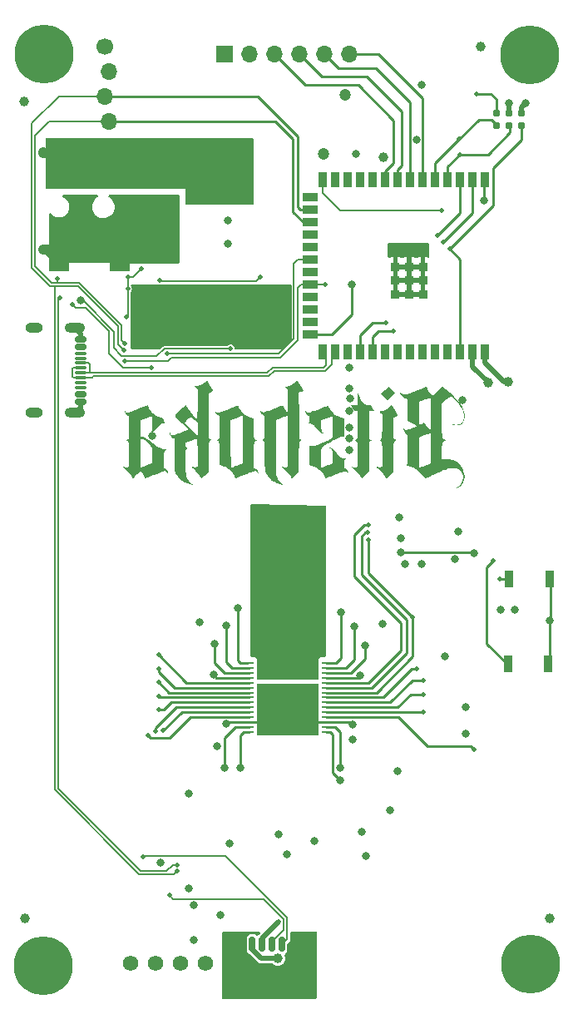
<source format=gbr>
%TF.GenerationSoftware,KiCad,Pcbnew,8.0.7*%
%TF.CreationDate,2025-01-16T15:43:03+03:00*%
%TF.ProjectId,bitshoka,62697473-686f-46b6-912e-6b696361645f,rev?*%
%TF.SameCoordinates,Original*%
%TF.FileFunction,Copper,L4,Bot*%
%TF.FilePolarity,Positive*%
%FSLAX46Y46*%
G04 Gerber Fmt 4.6, Leading zero omitted, Abs format (unit mm)*
G04 Created by KiCad (PCBNEW 8.0.7) date 2025-01-16 15:43:03*
%MOMM*%
%LPD*%
G01*
G04 APERTURE LIST*
G04 Aperture macros list*
%AMRoundRect*
0 Rectangle with rounded corners*
0 $1 Rounding radius*
0 $2 $3 $4 $5 $6 $7 $8 $9 X,Y pos of 4 corners*
0 Add a 4 corners polygon primitive as box body*
4,1,4,$2,$3,$4,$5,$6,$7,$8,$9,$2,$3,0*
0 Add four circle primitives for the rounded corners*
1,1,$1+$1,$2,$3*
1,1,$1+$1,$4,$5*
1,1,$1+$1,$6,$7*
1,1,$1+$1,$8,$9*
0 Add four rect primitives between the rounded corners*
20,1,$1+$1,$2,$3,$4,$5,0*
20,1,$1+$1,$4,$5,$6,$7,0*
20,1,$1+$1,$6,$7,$8,$9,0*
20,1,$1+$1,$8,$9,$2,$3,0*%
G04 Aperture macros list end*
%TA.AperFunction,EtchedComponent*%
%ADD10C,0.000000*%
%TD*%
%TA.AperFunction,ComponentPad*%
%ADD11C,0.800000*%
%TD*%
%TA.AperFunction,ComponentPad*%
%ADD12C,6.000000*%
%TD*%
%TA.AperFunction,ComponentPad*%
%ADD13R,1.700000X1.700000*%
%TD*%
%TA.AperFunction,ComponentPad*%
%ADD14O,1.700000X1.700000*%
%TD*%
%TA.AperFunction,ComponentPad*%
%ADD15C,0.400000*%
%TD*%
%TA.AperFunction,ComponentPad*%
%ADD16C,1.574800*%
%TD*%
%TA.AperFunction,ComponentPad*%
%ADD17C,1.700000*%
%TD*%
%TA.AperFunction,SMDPad,CuDef*%
%ADD18C,1.000000*%
%TD*%
%TA.AperFunction,SMDPad,CuDef*%
%ADD19RoundRect,0.150000X0.425000X-0.150000X0.425000X0.150000X-0.425000X0.150000X-0.425000X-0.150000X0*%
%TD*%
%TA.AperFunction,SMDPad,CuDef*%
%ADD20RoundRect,0.075000X0.500000X-0.075000X0.500000X0.075000X-0.500000X0.075000X-0.500000X-0.075000X0*%
%TD*%
%TA.AperFunction,ComponentPad*%
%ADD21O,1.800000X1.000000*%
%TD*%
%TA.AperFunction,ComponentPad*%
%ADD22O,2.100000X1.000000*%
%TD*%
%TA.AperFunction,SMDPad,CuDef*%
%ADD23R,0.900000X1.500000*%
%TD*%
%TA.AperFunction,SMDPad,CuDef*%
%ADD24R,1.500000X0.900000*%
%TD*%
%TA.AperFunction,SMDPad,CuDef*%
%ADD25R,0.900000X0.900000*%
%TD*%
%TA.AperFunction,ConnectorPad*%
%ADD26C,0.787400*%
%TD*%
%TA.AperFunction,SMDPad,CuDef*%
%ADD27RoundRect,0.055250X0.340750X0.055250X-0.340750X0.055250X-0.340750X-0.055250X0.340750X-0.055250X0*%
%TD*%
%TA.AperFunction,SMDPad,CuDef*%
%ADD28R,6.330000X2.000000*%
%TD*%
%TA.AperFunction,SMDPad,CuDef*%
%ADD29R,6.330000X5.300000*%
%TD*%
%TA.AperFunction,SMDPad,CuDef*%
%ADD30R,2.000000X2.000000*%
%TD*%
%TA.AperFunction,SMDPad,CuDef*%
%ADD31R,0.900000X1.800000*%
%TD*%
%TA.AperFunction,SMDPad,CuDef*%
%ADD32RoundRect,0.150000X-0.150000X-0.625000X0.150000X-0.625000X0.150000X0.625000X-0.150000X0.625000X0*%
%TD*%
%TA.AperFunction,SMDPad,CuDef*%
%ADD33RoundRect,0.250000X-0.350000X-0.650000X0.350000X-0.650000X0.350000X0.650000X-0.350000X0.650000X0*%
%TD*%
%TA.AperFunction,ViaPad*%
%ADD34C,0.800000*%
%TD*%
%TA.AperFunction,ViaPad*%
%ADD35C,1.000000*%
%TD*%
%TA.AperFunction,ViaPad*%
%ADD36C,0.500000*%
%TD*%
%TA.AperFunction,ViaPad*%
%ADD37C,1.200000*%
%TD*%
%TA.AperFunction,Conductor*%
%ADD38C,0.508000*%
%TD*%
%TA.AperFunction,Conductor*%
%ADD39C,0.254000*%
%TD*%
%TA.AperFunction,Conductor*%
%ADD40C,1.000000*%
%TD*%
%TA.AperFunction,Conductor*%
%ADD41C,0.200000*%
%TD*%
G04 APERTURE END LIST*
D10*
%TA.AperFunction,EtchedComponent*%
%TO.C,G\u002A\u002A\u002A*%
G36*
X116157849Y-85222473D02*
G01*
X116493764Y-85558387D01*
X116150555Y-85902664D01*
X115807346Y-86246940D01*
X115470376Y-85911014D01*
X115133405Y-85575088D01*
X115477670Y-85230823D01*
X115821934Y-84886558D01*
X116157849Y-85222473D01*
G37*
%TD.AperFunction*%
%TA.AperFunction,EtchedComponent*%
G36*
X116493929Y-87277414D02*
G01*
X116518567Y-87315131D01*
X116634195Y-87493580D01*
X116716962Y-87628986D01*
X116767781Y-87729398D01*
X116787566Y-87802862D01*
X116777231Y-87857426D01*
X116737690Y-87901137D01*
X116669855Y-87942043D01*
X116574643Y-87988192D01*
X116388456Y-88076405D01*
X116386886Y-89082810D01*
X116385316Y-90089216D01*
X116464891Y-90183786D01*
X116477077Y-90197705D01*
X116545881Y-90261701D01*
X116605655Y-90297777D01*
X116657432Y-90324950D01*
X116654127Y-90360103D01*
X116588569Y-90401165D01*
X116580824Y-90405029D01*
X116510509Y-90460833D01*
X116447922Y-90539129D01*
X116443348Y-90546776D01*
X116429514Y-90573593D01*
X116418052Y-90606175D01*
X116408721Y-90650202D01*
X116401280Y-90711353D01*
X116395487Y-90795308D01*
X116391103Y-90907747D01*
X116387886Y-91054350D01*
X116385596Y-91240795D01*
X116383990Y-91472764D01*
X116382829Y-91755934D01*
X116381870Y-92095986D01*
X116378191Y-93550543D01*
X116023365Y-93886811D01*
X115950756Y-93955295D01*
X115836700Y-94061431D01*
X115743495Y-94146338D01*
X115679252Y-94202670D01*
X115652085Y-94223080D01*
X115637095Y-94207441D01*
X115600799Y-94149177D01*
X115554314Y-94062610D01*
X115549770Y-94053974D01*
X115484119Y-93955734D01*
X115375860Y-93822033D01*
X115229198Y-93657813D01*
X115048338Y-93468018D01*
X115032089Y-93451383D01*
X114903742Y-93318252D01*
X114793911Y-93201313D01*
X114708994Y-93107609D01*
X114655390Y-93044182D01*
X114639500Y-93018075D01*
X114642065Y-93016647D01*
X114680005Y-93028853D01*
X114740835Y-93069518D01*
X114764975Y-93086357D01*
X114887121Y-93130328D01*
X115022064Y-93129138D01*
X115144315Y-93081999D01*
X115227926Y-93027215D01*
X115227926Y-91839050D01*
X115227925Y-91797434D01*
X115227647Y-91480907D01*
X115226321Y-91220205D01*
X115223141Y-91009308D01*
X115217300Y-90842193D01*
X115207991Y-90712841D01*
X115194409Y-90615230D01*
X115175746Y-90543339D01*
X115151195Y-90491148D01*
X115119951Y-90452636D01*
X115081207Y-90421782D01*
X115034155Y-90392564D01*
X115030816Y-90390589D01*
X114971585Y-90351936D01*
X114961768Y-90329590D01*
X114995560Y-90311337D01*
X115000505Y-90309303D01*
X115064738Y-90267728D01*
X115134084Y-90204433D01*
X115212286Y-90120323D01*
X115221186Y-88932750D01*
X115230086Y-87745177D01*
X115088242Y-87603334D01*
X115020360Y-87532875D01*
X114966887Y-87471821D01*
X114946399Y-87440500D01*
X114959450Y-87432337D01*
X115019302Y-87423102D01*
X115111281Y-87419509D01*
X115297190Y-87391739D01*
X115502055Y-87308762D01*
X115716667Y-87173864D01*
X115934705Y-86990339D01*
X116164096Y-86772440D01*
X116493929Y-87277414D01*
G37*
%TD.AperFunction*%
%TA.AperFunction,EtchedComponent*%
G36*
X112816361Y-85668475D02*
G01*
X112865927Y-85805278D01*
X112973649Y-86058400D01*
X113090422Y-86271069D01*
X113223998Y-86458310D01*
X113353650Y-86599984D01*
X113501109Y-86708365D01*
X113669168Y-86773935D01*
X113875846Y-86806313D01*
X114113644Y-86825778D01*
X114276070Y-87107305D01*
X114438495Y-87388832D01*
X114160400Y-87397826D01*
X113882304Y-87406820D01*
X113882304Y-88736633D01*
X113882368Y-89026034D01*
X113883000Y-89317439D01*
X113884883Y-89556785D01*
X113888705Y-89749779D01*
X113895149Y-89902127D01*
X113904902Y-90019535D01*
X113918649Y-90107709D01*
X113937075Y-90172357D01*
X113960867Y-90219183D01*
X113990708Y-90253895D01*
X114027286Y-90282199D01*
X114071286Y-90309801D01*
X114163388Y-90365812D01*
X114084338Y-90408118D01*
X114079246Y-90410975D01*
X114007517Y-90470202D01*
X113943796Y-90549921D01*
X113939891Y-90556352D01*
X113926144Y-90582579D01*
X113914776Y-90614607D01*
X113905560Y-90658113D01*
X113898271Y-90718773D01*
X113892684Y-90802262D01*
X113888574Y-90914256D01*
X113885717Y-91060432D01*
X113883886Y-91246465D01*
X113882857Y-91478032D01*
X113882404Y-91760808D01*
X113882304Y-92100470D01*
X113882304Y-93551522D01*
X113503903Y-93905982D01*
X113125502Y-94260441D01*
X113051029Y-94099700D01*
X113040698Y-94078957D01*
X112978245Y-93981614D01*
X112878588Y-93856487D01*
X112738203Y-93699374D01*
X112553568Y-93506070D01*
X112451612Y-93400985D01*
X112305345Y-93246222D01*
X112204506Y-93133034D01*
X112148718Y-93060902D01*
X112137603Y-93029306D01*
X112170783Y-93037729D01*
X112247882Y-93085650D01*
X112292590Y-93111935D01*
X112424682Y-93150628D01*
X112554922Y-93139808D01*
X112664781Y-93079738D01*
X112666804Y-93077882D01*
X112681880Y-93060840D01*
X112694101Y-93036542D01*
X112703764Y-92998843D01*
X112711169Y-92941598D01*
X112716614Y-92858661D01*
X112720399Y-92743888D01*
X112722823Y-92591134D01*
X112724184Y-92394253D01*
X112724782Y-92147101D01*
X112724914Y-91843532D01*
X112724518Y-91632503D01*
X112722616Y-91352579D01*
X112719263Y-91106978D01*
X112714599Y-90901346D01*
X112708761Y-90741331D01*
X112701887Y-90632579D01*
X112694115Y-90580737D01*
X112688031Y-90567433D01*
X112632596Y-90496918D01*
X112553329Y-90434835D01*
X112443344Y-90369942D01*
X112544572Y-90301724D01*
X112581725Y-90276350D01*
X112617478Y-90247934D01*
X112646679Y-90214634D01*
X112669991Y-90170685D01*
X112688083Y-90110317D01*
X112701619Y-90027762D01*
X112711265Y-89917254D01*
X112717687Y-89773024D01*
X112721551Y-89589303D01*
X112723523Y-89360325D01*
X112724268Y-89080322D01*
X112724453Y-88743524D01*
X112724914Y-87408069D01*
X112592917Y-87398450D01*
X112560333Y-87395504D01*
X112507526Y-87384289D01*
X112459026Y-87358524D01*
X112404095Y-87309546D01*
X112331995Y-87228694D01*
X112231987Y-87107305D01*
X112003054Y-86825778D01*
X112363984Y-86816965D01*
X112724914Y-86808152D01*
X112727269Y-86113147D01*
X112729624Y-85418142D01*
X112816361Y-85668475D01*
G37*
%TD.AperFunction*%
%TA.AperFunction,EtchedComponent*%
G36*
X102360109Y-90317004D02*
G01*
X102444555Y-90368221D01*
X102349670Y-90417288D01*
X102335391Y-90424756D01*
X102290887Y-90450864D01*
X102254257Y-90481390D01*
X102224733Y-90522148D01*
X102201551Y-90578953D01*
X102183945Y-90657619D01*
X102171148Y-90763959D01*
X102162395Y-90903789D01*
X102156920Y-91082923D01*
X102153957Y-91307175D01*
X102152741Y-91582360D01*
X102152506Y-91914291D01*
X102152506Y-93146691D01*
X102259846Y-93185506D01*
X102309399Y-93208156D01*
X102428939Y-93300181D01*
X102528567Y-93426942D01*
X102591177Y-93568656D01*
X102592547Y-93573796D01*
X102610461Y-93663290D01*
X102608550Y-93709887D01*
X102589499Y-93707405D01*
X102555993Y-93649661D01*
X102550794Y-93639615D01*
X102491567Y-93571934D01*
X102408683Y-93516477D01*
X102379763Y-93503071D01*
X102345742Y-93490757D01*
X102308201Y-93484972D01*
X102261061Y-93487527D01*
X102198240Y-93500236D01*
X102113658Y-93524910D01*
X102001235Y-93563363D01*
X101854890Y-93617406D01*
X101668543Y-93688852D01*
X101436113Y-93779513D01*
X101151521Y-93891202D01*
X101112810Y-93906394D01*
X100900677Y-93989270D01*
X100708335Y-94063793D01*
X100543463Y-94127036D01*
X100413738Y-94176067D01*
X100326837Y-94207958D01*
X100290440Y-94219779D01*
X100289446Y-94219781D01*
X100260947Y-94191992D01*
X100218557Y-94121414D01*
X100171066Y-94022566D01*
X100152034Y-93980506D01*
X100004210Y-93722324D01*
X99818080Y-93487869D01*
X99608448Y-93296257D01*
X99582296Y-93276624D01*
X99433130Y-93173090D01*
X99291221Y-93093623D01*
X99139173Y-93030848D01*
X98959591Y-92977387D01*
X98735080Y-92925863D01*
X98649058Y-92907821D01*
X98649058Y-91757988D01*
X98649060Y-91706221D01*
X98648982Y-91405730D01*
X98648095Y-91160550D01*
X98645496Y-90964404D01*
X98640279Y-90811012D01*
X98631542Y-90694096D01*
X98618380Y-90607377D01*
X98599889Y-90544576D01*
X98575166Y-90499415D01*
X98543306Y-90465615D01*
X98503406Y-90436896D01*
X98454562Y-90406981D01*
X98449073Y-90403637D01*
X98393517Y-90366440D01*
X98387299Y-90346137D01*
X98425558Y-90329787D01*
X98435437Y-90325958D01*
X98501213Y-90282026D01*
X98569482Y-90214793D01*
X98649058Y-90120223D01*
X98648740Y-89004334D01*
X98648546Y-88325368D01*
X99806447Y-88325368D01*
X99806447Y-90742314D01*
X99806461Y-90825469D01*
X99806880Y-91204559D01*
X99807851Y-91563936D01*
X99809327Y-91898839D01*
X99811261Y-92204507D01*
X99813608Y-92476179D01*
X99816320Y-92709095D01*
X99819353Y-92898492D01*
X99822659Y-93039611D01*
X99826193Y-93127691D01*
X99829907Y-93157970D01*
X99837569Y-93156173D01*
X99893467Y-93137240D01*
X99992185Y-93101141D01*
X100122589Y-93052178D01*
X100273545Y-92994654D01*
X100433916Y-92932872D01*
X100592569Y-92871136D01*
X100738368Y-92813748D01*
X100860179Y-92765012D01*
X100946867Y-92729229D01*
X100987297Y-92710704D01*
X100991006Y-92705670D01*
X100998074Y-92676558D01*
X101004206Y-92619472D01*
X101009456Y-92530956D01*
X101013880Y-92407548D01*
X101017535Y-92245792D01*
X101020474Y-92042228D01*
X101022755Y-91793397D01*
X101024432Y-91495842D01*
X101025561Y-91146101D01*
X101026198Y-90740718D01*
X101026398Y-90276234D01*
X101026314Y-89957535D01*
X101025856Y-89536737D01*
X101024950Y-89172698D01*
X101023538Y-88861959D01*
X101021566Y-88601061D01*
X101018975Y-88386543D01*
X101015710Y-88214947D01*
X101011715Y-88082811D01*
X101006932Y-87986677D01*
X101001306Y-87923085D01*
X100994780Y-87888575D01*
X100987297Y-87879688D01*
X100985854Y-87880197D01*
X100940566Y-87896961D01*
X100847376Y-87931904D01*
X100715977Y-87981376D01*
X100556062Y-88041730D01*
X100377321Y-88109315D01*
X99806447Y-88325368D01*
X98648546Y-88325368D01*
X98648421Y-87888446D01*
X98526378Y-87837207D01*
X98469006Y-87806412D01*
X98355863Y-87703475D01*
X98269029Y-87566769D01*
X98222565Y-87415799D01*
X98205234Y-87294111D01*
X98269068Y-87393778D01*
X98309914Y-87449865D01*
X98411506Y-87533097D01*
X98531435Y-87559998D01*
X98554894Y-87555405D01*
X98634585Y-87531113D01*
X98760234Y-87488310D01*
X98924373Y-87429682D01*
X99119535Y-87357910D01*
X99338252Y-87275679D01*
X99573057Y-87185672D01*
X99733328Y-87124068D01*
X99952941Y-87041062D01*
X100149015Y-86968606D01*
X100314616Y-86909173D01*
X100442807Y-86865239D01*
X100526657Y-86839277D01*
X100559229Y-86833763D01*
X100573207Y-86858432D01*
X100605519Y-86928562D01*
X100645253Y-87023326D01*
X100708899Y-87159237D01*
X100871804Y-87405506D01*
X101080756Y-87627983D01*
X101325524Y-87818035D01*
X101595875Y-87967031D01*
X101881576Y-88066337D01*
X102152506Y-88133222D01*
X102152506Y-89072325D01*
X102152624Y-89270966D01*
X102153397Y-89500379D01*
X102155274Y-89680157D01*
X102158689Y-89817840D01*
X102164079Y-89920962D01*
X102171878Y-89997063D01*
X102182522Y-90053679D01*
X102196445Y-90098348D01*
X102214084Y-90138607D01*
X102229236Y-90167037D01*
X102293053Y-90256130D01*
X102315199Y-90276234D01*
X102360109Y-90317004D01*
G37*
%TD.AperFunction*%
%TA.AperFunction,EtchedComponent*%
G36*
X106870398Y-84729982D02*
G01*
X106969446Y-84884070D01*
X107057189Y-85024455D01*
X107126543Y-85139582D01*
X107172113Y-85220492D01*
X107188502Y-85258223D01*
X107187021Y-85271329D01*
X107149993Y-85328937D01*
X107060280Y-85396484D01*
X106914003Y-85477064D01*
X106748986Y-85559761D01*
X106757599Y-87820267D01*
X106758996Y-88175533D01*
X106760693Y-88559457D01*
X106762480Y-88888798D01*
X106764480Y-89167958D01*
X106766817Y-89401338D01*
X106769613Y-89593339D01*
X106772992Y-89748364D01*
X106777077Y-89870813D01*
X106781991Y-89965087D01*
X106787858Y-90035589D01*
X106794800Y-90086720D01*
X106802942Y-90122881D01*
X106812405Y-90148474D01*
X106823314Y-90167900D01*
X106889425Y-90239150D01*
X106977390Y-90295802D01*
X107074365Y-90336577D01*
X106978233Y-90386288D01*
X106968528Y-90391696D01*
X106885745Y-90465475D01*
X106816336Y-90571853D01*
X106811042Y-90582918D01*
X106796405Y-90616760D01*
X106784342Y-90654300D01*
X106774604Y-90701424D01*
X106766942Y-90764017D01*
X106761108Y-90847967D01*
X106756853Y-90959160D01*
X106753929Y-91103482D01*
X106752087Y-91286820D01*
X106751079Y-91515060D01*
X106750657Y-91794089D01*
X106750571Y-92129793D01*
X106750571Y-93551881D01*
X106393224Y-93887281D01*
X106319412Y-93956254D01*
X106204967Y-94061873D01*
X106111621Y-94146347D01*
X106047479Y-94202382D01*
X106020645Y-94222682D01*
X106010034Y-94212391D01*
X105977757Y-94159982D01*
X105935414Y-94078084D01*
X105909692Y-94034665D01*
X105835807Y-93935044D01*
X105727004Y-93804483D01*
X105589638Y-93650497D01*
X105430066Y-93480601D01*
X105338593Y-93384918D01*
X105191401Y-93227616D01*
X105089081Y-93112740D01*
X105031309Y-93039856D01*
X105017758Y-93008527D01*
X105048102Y-93018319D01*
X105122016Y-93068794D01*
X105136242Y-93078789D01*
X105265205Y-93131926D01*
X105400059Y-93131104D01*
X105522601Y-93075996D01*
X105608822Y-93011625D01*
X105616823Y-90426513D01*
X105617489Y-90201601D01*
X105618487Y-89815361D01*
X105619249Y-89450231D01*
X105619774Y-89110817D01*
X105620062Y-88801724D01*
X105620114Y-88527557D01*
X105619929Y-88292924D01*
X105619508Y-88102429D01*
X105618849Y-87960678D01*
X105617955Y-87872277D01*
X105616823Y-87841831D01*
X105614647Y-87842472D01*
X105571987Y-87858057D01*
X105481821Y-87891969D01*
X105352970Y-87940862D01*
X105194252Y-88001394D01*
X105014487Y-88070220D01*
X104420152Y-88298180D01*
X104420152Y-91064926D01*
X104420154Y-91158698D01*
X104420240Y-91628938D01*
X104420515Y-92041477D01*
X104421058Y-92400415D01*
X104421949Y-92709852D01*
X104423266Y-92973890D01*
X104425089Y-93196627D01*
X104427497Y-93382166D01*
X104430571Y-93534605D01*
X104434389Y-93658047D01*
X104439031Y-93756590D01*
X104444576Y-93834336D01*
X104451104Y-93895386D01*
X104458694Y-93943839D01*
X104467425Y-93983795D01*
X104477377Y-94019357D01*
X104479646Y-94026747D01*
X104586423Y-94298017D01*
X104724792Y-94528971D01*
X104889939Y-94712992D01*
X105077049Y-94843464D01*
X105089232Y-94849818D01*
X105151230Y-94886355D01*
X105161679Y-94904185D01*
X105118536Y-94903329D01*
X105019756Y-94883806D01*
X104863295Y-94845640D01*
X104807796Y-94830592D01*
X104531079Y-94732573D01*
X104259806Y-94602057D01*
X104022396Y-94452335D01*
X103934036Y-94383294D01*
X103720960Y-94179160D01*
X103538817Y-93949546D01*
X103397510Y-93708072D01*
X103306943Y-93468356D01*
X103301507Y-93439304D01*
X103291476Y-93335715D01*
X103282353Y-93171687D01*
X103274183Y-92948625D01*
X103267016Y-92667932D01*
X103260896Y-92331011D01*
X103255871Y-91939267D01*
X103241039Y-90547355D01*
X103121671Y-90433803D01*
X103002302Y-90320251D01*
X103080460Y-90278422D01*
X103104072Y-90265354D01*
X103141778Y-90239810D01*
X103172204Y-90207352D01*
X103196131Y-90161796D01*
X103214338Y-90096960D01*
X103227604Y-90006661D01*
X103236710Y-89884716D01*
X103242435Y-89724942D01*
X103245559Y-89521155D01*
X103246862Y-89267173D01*
X103247123Y-88956814D01*
X103247123Y-87848183D01*
X103174003Y-87829832D01*
X103119969Y-87810111D01*
X103005037Y-87729616D01*
X102906190Y-87612664D01*
X102836739Y-87477135D01*
X102809995Y-87340909D01*
X102809959Y-87322513D01*
X102814042Y-87288845D01*
X102831630Y-87301861D01*
X102871884Y-87365149D01*
X102909079Y-87415728D01*
X103021244Y-87499167D01*
X103158789Y-87528593D01*
X103173112Y-87525359D01*
X103239939Y-87503778D01*
X103351974Y-87464658D01*
X103500682Y-87411196D01*
X103677524Y-87346590D01*
X103873966Y-87274038D01*
X104081470Y-87196739D01*
X104291501Y-87117890D01*
X104495522Y-87040689D01*
X104684995Y-86968335D01*
X104851386Y-86904026D01*
X104986158Y-86850959D01*
X105080773Y-86812332D01*
X105126697Y-86791344D01*
X105135759Y-86797241D01*
X105169249Y-86845221D01*
X105219138Y-86931175D01*
X105278419Y-87043463D01*
X105302784Y-87090213D01*
X105378425Y-87223280D01*
X105454186Y-87342068D01*
X105516817Y-87425350D01*
X105621858Y-87544234D01*
X105623160Y-86369267D01*
X105624463Y-85194299D01*
X105533710Y-85127203D01*
X105452007Y-85054510D01*
X105377965Y-84968833D01*
X105312972Y-84877560D01*
X105445257Y-84892141D01*
X105546736Y-84892781D01*
X105736088Y-84847439D01*
X105945955Y-84743919D01*
X106175691Y-84582570D01*
X106424647Y-84363742D01*
X106552295Y-84241480D01*
X106870398Y-84729982D01*
G37*
%TD.AperFunction*%
%TA.AperFunction,EtchedComponent*%
G36*
X109762095Y-86855539D02*
G01*
X109774023Y-86867428D01*
X109792832Y-86919742D01*
X109900343Y-87152965D01*
X110044326Y-87368002D01*
X110236494Y-87582974D01*
X110269651Y-87615816D01*
X110466671Y-87789263D01*
X110661395Y-87917258D01*
X110872632Y-88010373D01*
X111119186Y-88079180D01*
X111347325Y-88129936D01*
X111347325Y-89049579D01*
X111347325Y-89969223D01*
X111254656Y-89969223D01*
X111199461Y-89975371D01*
X111094748Y-89999766D01*
X110980949Y-90036387D01*
X110940995Y-90052113D01*
X110821395Y-90104549D01*
X110667242Y-90177045D01*
X110487624Y-90264869D01*
X110291626Y-90363288D01*
X110088335Y-90467571D01*
X109886835Y-90572985D01*
X109696214Y-90674796D01*
X109525557Y-90768274D01*
X109383950Y-90848685D01*
X109280480Y-90911297D01*
X109224232Y-90951377D01*
X109177214Y-90995776D01*
X109126921Y-91050188D01*
X109087334Y-91108008D01*
X109057167Y-91176629D01*
X109035133Y-91263446D01*
X109019947Y-91375853D01*
X109010321Y-91521244D01*
X109004972Y-91707012D01*
X109002611Y-91940553D01*
X109001953Y-92229260D01*
X109001991Y-92310183D01*
X109003196Y-92537816D01*
X109005874Y-92741279D01*
X109009817Y-92912893D01*
X109014816Y-93044980D01*
X109020664Y-93129863D01*
X109027153Y-93159863D01*
X109061313Y-93151100D01*
X109138201Y-93124380D01*
X109238299Y-93085968D01*
X109339971Y-93045817D01*
X109481922Y-92990306D01*
X109644722Y-92927015D01*
X109809520Y-92863293D01*
X110195484Y-92714515D01*
X110184889Y-92100428D01*
X110182358Y-91975521D01*
X110174492Y-91753296D01*
X110161370Y-91581341D01*
X110140754Y-91451330D01*
X110110408Y-91354939D01*
X110068091Y-91283840D01*
X110011568Y-91229709D01*
X109938598Y-91184219D01*
X109915509Y-91171141D01*
X109876819Y-91139301D01*
X109891850Y-91125670D01*
X109955581Y-91131332D01*
X110062991Y-91157370D01*
X110104926Y-91172208D01*
X110178276Y-91212799D01*
X110260265Y-91278388D01*
X110357782Y-91375482D01*
X110477715Y-91510590D01*
X110626953Y-91690219D01*
X110698938Y-91777082D01*
X110835789Y-91929485D01*
X110955752Y-92039909D01*
X111069539Y-92116180D01*
X111187861Y-92166122D01*
X111321430Y-92197562D01*
X111520052Y-92231584D01*
X111433688Y-92317948D01*
X111401243Y-92352020D01*
X111375394Y-92389872D01*
X111359492Y-92438655D01*
X111351123Y-92511276D01*
X111347872Y-92620642D01*
X111347325Y-92779662D01*
X111347325Y-93155011D01*
X111455784Y-93190806D01*
X111517795Y-93217177D01*
X111643227Y-93317348D01*
X111737462Y-93466880D01*
X111796569Y-93660356D01*
X111817186Y-93769839D01*
X111755974Y-93670172D01*
X111744461Y-93652077D01*
X111658875Y-93557439D01*
X111553417Y-93513612D01*
X111412724Y-93513587D01*
X111358676Y-93527264D01*
X111256974Y-93559649D01*
X111116559Y-93607441D01*
X110946314Y-93667350D01*
X110755122Y-93736082D01*
X110551866Y-93810346D01*
X110345430Y-93886849D01*
X110144696Y-93962300D01*
X109958548Y-94033407D01*
X109795869Y-94096877D01*
X109665541Y-94149419D01*
X109576448Y-94187741D01*
X109537473Y-94208550D01*
X109537109Y-94208911D01*
X109501456Y-94222988D01*
X109460780Y-94193233D01*
X109410617Y-94114327D01*
X109346504Y-93980950D01*
X109345762Y-93979291D01*
X109281423Y-93849026D01*
X109209239Y-93735913D01*
X109115564Y-93621180D01*
X108986751Y-93486053D01*
X108868749Y-93374836D01*
X108611660Y-93181895D01*
X108342389Y-93046562D01*
X108055022Y-92965534D01*
X107843876Y-92926630D01*
X107843876Y-91952063D01*
X107843876Y-90977496D01*
X108055022Y-90955043D01*
X108339679Y-90909259D01*
X108667204Y-90822070D01*
X109020939Y-90693822D01*
X109406025Y-90522632D01*
X109827600Y-90306621D01*
X109862514Y-90287916D01*
X109949875Y-90241595D01*
X110020271Y-90200508D01*
X110075471Y-90157877D01*
X110117247Y-90106922D01*
X110147369Y-90040865D01*
X110167609Y-89952926D01*
X110179736Y-89836325D01*
X110185521Y-89684285D01*
X110186736Y-89490024D01*
X110185150Y-89246765D01*
X110182535Y-88947728D01*
X110174295Y-87879716D01*
X109595601Y-88105728D01*
X109016906Y-88331740D01*
X109019941Y-88814213D01*
X109020991Y-88915879D01*
X109027540Y-89125834D01*
X109041534Y-89286269D01*
X109065228Y-89406353D01*
X109100875Y-89495253D01*
X109150727Y-89562136D01*
X109217037Y-89616170D01*
X109323325Y-89687696D01*
X109239251Y-89687696D01*
X109168086Y-89680053D01*
X109061599Y-89638899D01*
X108946320Y-89557593D01*
X108815488Y-89431055D01*
X108662342Y-89254203D01*
X108554946Y-89126461D01*
X108445347Y-89002549D01*
X108348811Y-88899564D01*
X108278164Y-88831612D01*
X108266287Y-88821666D01*
X108106367Y-88718578D01*
X107928187Y-88649417D01*
X107756794Y-88624149D01*
X107649576Y-88624149D01*
X107746726Y-88533397D01*
X107751314Y-88529105D01*
X107795653Y-88484235D01*
X107822948Y-88440655D01*
X107837329Y-88382401D01*
X107842928Y-88293513D01*
X107843876Y-88158027D01*
X107843264Y-88046569D01*
X107839377Y-87953081D01*
X107829640Y-87900939D01*
X107811500Y-87878322D01*
X107782403Y-87873410D01*
X107741136Y-87866435D01*
X107650324Y-87814791D01*
X107559987Y-87725531D01*
X107481736Y-87613832D01*
X107427180Y-87494873D01*
X107407928Y-87383830D01*
X107409995Y-87335396D01*
X107417740Y-87320964D01*
X107436603Y-87360777D01*
X107441741Y-87372681D01*
X107520397Y-87475414D01*
X107634658Y-87538865D01*
X107765674Y-87552077D01*
X107787528Y-87547691D01*
X107872152Y-87522936D01*
X108002873Y-87479471D01*
X108171529Y-87420194D01*
X108369955Y-87348005D01*
X108589988Y-87265801D01*
X108823466Y-87176481D01*
X108894267Y-87149104D01*
X109142374Y-87053759D01*
X109339558Y-86979321D01*
X109491545Y-86923926D01*
X109604065Y-86885713D01*
X109682844Y-86862819D01*
X109733612Y-86853382D01*
X109762095Y-86855539D01*
G37*
%TD.AperFunction*%
%TA.AperFunction,EtchedComponent*%
G36*
X97563570Y-88859374D02*
G01*
X97565590Y-89142778D01*
X97567935Y-89379956D01*
X97570726Y-89575301D01*
X97574087Y-89733205D01*
X97578138Y-89858063D01*
X97583003Y-89954268D01*
X97588803Y-90026213D01*
X97595661Y-90078291D01*
X97603699Y-90114897D01*
X97613039Y-90140422D01*
X97623804Y-90159262D01*
X97690334Y-90230142D01*
X97776957Y-90289039D01*
X97873848Y-90335965D01*
X97775731Y-90386703D01*
X97742543Y-90403734D01*
X97701461Y-90426749D01*
X97667337Y-90452991D01*
X97639458Y-90487854D01*
X97617111Y-90536730D01*
X97599583Y-90605014D01*
X97586160Y-90698100D01*
X97576129Y-90821379D01*
X97568778Y-90980247D01*
X97563393Y-91180096D01*
X97559261Y-91426320D01*
X97555668Y-91724312D01*
X97551902Y-92079466D01*
X97536262Y-93553608D01*
X97187922Y-93887362D01*
X97119824Y-93952307D01*
X97006694Y-94058753D01*
X96914121Y-94143995D01*
X96850234Y-94200595D01*
X96823163Y-94221115D01*
X96811453Y-94209866D01*
X96778173Y-94156213D01*
X96735161Y-94073243D01*
X96719635Y-94045309D01*
X96651424Y-93948930D01*
X96545936Y-93820102D01*
X96409269Y-93666064D01*
X96247518Y-93494059D01*
X96238721Y-93484933D01*
X96110037Y-93349826D01*
X95998245Y-93229561D01*
X95910069Y-93131597D01*
X95852232Y-93063395D01*
X95831459Y-93032415D01*
X95833732Y-93027428D01*
X95868909Y-93031778D01*
X95933121Y-93064069D01*
X95956532Y-93077293D01*
X96092275Y-93120453D01*
X96227833Y-93115131D01*
X96343373Y-93061455D01*
X96425794Y-92996623D01*
X96425794Y-91587912D01*
X96425540Y-91281340D01*
X96424558Y-90986725D01*
X96422718Y-90746324D01*
X96419897Y-90555689D01*
X96415968Y-90410374D01*
X96410808Y-90305935D01*
X96404292Y-90237924D01*
X96396295Y-90201896D01*
X96386693Y-90193404D01*
X96385152Y-90193968D01*
X96339572Y-90210996D01*
X96246107Y-90246112D01*
X96114441Y-90295671D01*
X95954259Y-90356027D01*
X95775245Y-90423537D01*
X95202899Y-90639465D01*
X95214805Y-92234785D01*
X95214844Y-92240075D01*
X95217691Y-92612421D01*
X95220612Y-92928150D01*
X95224192Y-93193127D01*
X95229017Y-93413217D01*
X95235672Y-93594284D01*
X95244742Y-93742195D01*
X95256812Y-93862814D01*
X95272467Y-93962006D01*
X95292291Y-94045637D01*
X95316871Y-94119571D01*
X95346791Y-94189673D01*
X95382636Y-94261810D01*
X95424991Y-94341845D01*
X95497021Y-94463898D01*
X95657921Y-94661684D01*
X95850588Y-94809566D01*
X96081705Y-94913359D01*
X96108994Y-94923089D01*
X96124785Y-94933520D01*
X96094735Y-94932642D01*
X96029005Y-94922363D01*
X95937755Y-94904588D01*
X95831146Y-94881222D01*
X95719339Y-94854172D01*
X95612493Y-94825344D01*
X95457970Y-94776409D01*
X95139221Y-94640007D01*
X94856138Y-94462728D01*
X94595212Y-94236755D01*
X94516197Y-94154734D01*
X94407894Y-94031607D01*
X94317718Y-93916960D01*
X94259595Y-93827763D01*
X94239242Y-93788928D01*
X94203600Y-93716932D01*
X94173702Y-93646523D01*
X94149044Y-93571870D01*
X94129121Y-93487139D01*
X94113430Y-93386501D01*
X94101466Y-93264124D01*
X94092726Y-93114175D01*
X94086705Y-92930823D01*
X94082899Y-92708236D01*
X94080805Y-92440583D01*
X94079918Y-92122032D01*
X94079735Y-91746752D01*
X94079735Y-90192675D01*
X93998275Y-90172230D01*
X93931564Y-90149002D01*
X93843363Y-90103658D01*
X93802307Y-90066078D01*
X93736123Y-89974482D01*
X93674229Y-89860389D01*
X93628457Y-89746570D01*
X93610640Y-89655798D01*
X93610789Y-89634083D01*
X93615314Y-89601331D01*
X93633231Y-89615292D01*
X93673886Y-89679463D01*
X93700939Y-89717183D01*
X93797214Y-89800246D01*
X93910987Y-89848986D01*
X94020065Y-89852321D01*
X94047870Y-89843705D01*
X94131649Y-89813835D01*
X94258408Y-89766547D01*
X94419132Y-89705257D01*
X94604809Y-89633380D01*
X94806422Y-89554333D01*
X95517469Y-89273830D01*
X94860708Y-88627214D01*
X94789951Y-88557550D01*
X95148966Y-88557550D01*
X95176924Y-88655127D01*
X95252792Y-88762460D01*
X95375102Y-88887741D01*
X95433619Y-88943008D01*
X95558033Y-89060519D01*
X95705796Y-89200088D01*
X95863158Y-89348727D01*
X96016370Y-89493450D01*
X96425794Y-89880194D01*
X96425794Y-89207907D01*
X96425794Y-88535620D01*
X96261570Y-88408416D01*
X96163583Y-88327622D01*
X96040030Y-88217161D01*
X95928475Y-88109576D01*
X95759604Y-87937939D01*
X95511556Y-88126762D01*
X95367239Y-88241459D01*
X95242655Y-88358906D01*
X95170387Y-88461540D01*
X95148966Y-88557550D01*
X94789951Y-88557550D01*
X94203948Y-87980598D01*
X94204403Y-87822886D01*
X94206566Y-87751033D01*
X94221714Y-87678840D01*
X94261567Y-87616347D01*
X94337801Y-87538676D01*
X94343077Y-87533673D01*
X94430374Y-87453864D01*
X94542137Y-87355657D01*
X94669405Y-87246480D01*
X94803214Y-87133762D01*
X94934604Y-87024930D01*
X95054612Y-86927414D01*
X95154275Y-86848640D01*
X95224633Y-86796037D01*
X95256722Y-86777034D01*
X95272433Y-86790014D01*
X95315736Y-86846977D01*
X95376536Y-86938823D01*
X95446958Y-87054084D01*
X95489757Y-87124774D01*
X95591987Y-87283198D01*
X95708084Y-87452322D01*
X95831960Y-87624313D01*
X95957530Y-87791338D01*
X96078706Y-87945561D01*
X96189401Y-88079149D01*
X96283529Y-88184269D01*
X96355002Y-88253085D01*
X96397734Y-88277765D01*
X96403158Y-88252259D01*
X96408613Y-88169036D01*
X96413480Y-88032907D01*
X96417668Y-87848919D01*
X96421086Y-87622115D01*
X96423640Y-87357539D01*
X96425240Y-87060236D01*
X96425794Y-86735249D01*
X96425794Y-85192732D01*
X96335041Y-85125636D01*
X96253668Y-85053589D01*
X96182076Y-84971170D01*
X96119863Y-84883800D01*
X96296947Y-84883800D01*
X96443235Y-84867686D01*
X96654355Y-84793531D01*
X96879019Y-84658957D01*
X97117674Y-84463738D01*
X97355983Y-84244994D01*
X97690874Y-84747590D01*
X98025765Y-85250187D01*
X97959644Y-85320569D01*
X97916979Y-85357389D01*
X97826587Y-85418758D01*
X97721736Y-85477867D01*
X97549950Y-85564783D01*
X97558746Y-87820597D01*
X97560013Y-88136310D01*
X97561751Y-88525349D01*
X97561807Y-88535620D01*
X97563570Y-88859374D01*
G37*
%TD.AperFunction*%
%TA.AperFunction,EtchedComponent*%
G36*
X92875379Y-91236987D02*
G01*
X93013340Y-91252111D01*
X93078523Y-91256263D01*
X93166397Y-91271253D01*
X93202157Y-91282952D01*
X93213508Y-91302180D01*
X93190798Y-91341074D01*
X93130548Y-91413421D01*
X93090913Y-91463050D01*
X93046578Y-91533818D01*
X93012947Y-91615130D01*
X92988604Y-91715650D01*
X92972135Y-91844039D01*
X92962123Y-92008962D01*
X92957153Y-92219082D01*
X92955811Y-92483061D01*
X92955811Y-93154960D01*
X93063730Y-93190577D01*
X93117135Y-93214035D01*
X93232986Y-93302026D01*
X93330493Y-93423249D01*
X93391861Y-93557787D01*
X93417567Y-93664060D01*
X93422096Y-93722243D01*
X93404123Y-93724762D01*
X93364018Y-93670121D01*
X93351566Y-93650469D01*
X93266473Y-93556606D01*
X93161447Y-93513567D01*
X93021211Y-93514415D01*
X93009227Y-93516472D01*
X92929938Y-93537977D01*
X92803585Y-93578862D01*
X92638879Y-93636047D01*
X92444531Y-93706456D01*
X92229250Y-93787011D01*
X92001747Y-93874634D01*
X91924114Y-93904920D01*
X91708230Y-93988669D01*
X91513031Y-94063718D01*
X91346023Y-94127225D01*
X91214713Y-94176350D01*
X91126606Y-94208249D01*
X91089210Y-94220082D01*
X91080961Y-94218288D01*
X91047301Y-94179689D01*
X91015357Y-94106056D01*
X90952383Y-93952472D01*
X90844393Y-93765235D01*
X90716053Y-93598340D01*
X90610594Y-93481610D01*
X90244288Y-93852485D01*
X90153385Y-93943938D01*
X90041257Y-94054970D01*
X89950027Y-94143221D01*
X89887299Y-94201365D01*
X89860677Y-94222077D01*
X89846247Y-94206379D01*
X89811595Y-94147419D01*
X89767798Y-94059916D01*
X89767037Y-94058306D01*
X89707694Y-93960669D01*
X89606750Y-93831089D01*
X89462000Y-93666925D01*
X89271238Y-93465537D01*
X89186084Y-93377257D01*
X89043179Y-93225241D01*
X88943062Y-93112537D01*
X88886269Y-93039875D01*
X88873337Y-93007989D01*
X88904801Y-93017611D01*
X88981197Y-93069471D01*
X89107246Y-93128575D01*
X89243693Y-93134997D01*
X89370104Y-93087145D01*
X89452363Y-93033247D01*
X89452363Y-91841170D01*
X89452362Y-91801104D01*
X89452178Y-91502736D01*
X89451473Y-91259804D01*
X89449943Y-91065950D01*
X89447282Y-90914817D01*
X89443188Y-90800046D01*
X89437356Y-90715281D01*
X89429483Y-90654162D01*
X89419263Y-90610332D01*
X89406393Y-90577434D01*
X89390570Y-90549109D01*
X89386079Y-90542079D01*
X89318779Y-90464041D01*
X89244445Y-90410702D01*
X89160113Y-90372277D01*
X89255666Y-90314168D01*
X89256105Y-90313901D01*
X89305989Y-90283310D01*
X89346617Y-90253950D01*
X89378937Y-90219440D01*
X89378949Y-90219418D01*
X90609752Y-90219418D01*
X90609752Y-91689615D01*
X90610204Y-91976427D01*
X90611558Y-92253671D01*
X90613719Y-92504968D01*
X90616590Y-92724214D01*
X90620072Y-92905308D01*
X90624068Y-93042148D01*
X90628481Y-93128630D01*
X90633213Y-93158654D01*
X90648859Y-93154625D01*
X90713829Y-93132384D01*
X90814925Y-93095137D01*
X90938200Y-93047946D01*
X90973932Y-93034050D01*
X91149401Y-92965959D01*
X91339552Y-92892354D01*
X91509075Y-92826907D01*
X91798422Y-92715417D01*
X91798422Y-91971532D01*
X91798422Y-91227648D01*
X91673023Y-90977107D01*
X91573915Y-90808017D01*
X91422634Y-90616626D01*
X91249993Y-90454382D01*
X91065844Y-90328973D01*
X90880037Y-90248088D01*
X90702421Y-90219418D01*
X90609752Y-90219418D01*
X89378949Y-90219418D01*
X89403900Y-90173403D01*
X89422454Y-90109458D01*
X89435548Y-90021227D01*
X89444133Y-89902331D01*
X89449158Y-89746389D01*
X89451571Y-89547025D01*
X89452323Y-89297857D01*
X89452363Y-88992507D01*
X89452363Y-88984783D01*
X89452245Y-88692230D01*
X89451680Y-88456065D01*
X89450345Y-88270262D01*
X89447915Y-88128791D01*
X89444067Y-88025624D01*
X89438476Y-87954733D01*
X89430817Y-87910089D01*
X89420768Y-87885665D01*
X89408004Y-87875431D01*
X89392201Y-87873359D01*
X89349239Y-87865463D01*
X89259931Y-87812368D01*
X89170535Y-87721938D01*
X89092381Y-87609116D01*
X89036799Y-87488843D01*
X89015119Y-87376061D01*
X89015132Y-87358056D01*
X89020440Y-87328373D01*
X89040901Y-87343315D01*
X89085781Y-87406928D01*
X89103719Y-87432029D01*
X89200826Y-87521505D01*
X89318322Y-87555360D01*
X89465130Y-87536647D01*
X89477013Y-87533203D01*
X89554931Y-87507067D01*
X89680103Y-87462181D01*
X89843884Y-87401756D01*
X90037634Y-87329003D01*
X90252710Y-87247134D01*
X90480469Y-87159360D01*
X91359369Y-86818566D01*
X91489484Y-87087896D01*
X91539162Y-87185705D01*
X91623934Y-87325365D01*
X91725492Y-87455299D01*
X91860741Y-87598770D01*
X92033507Y-87756654D01*
X92239929Y-87900251D01*
X92463581Y-88003863D01*
X92723914Y-88078293D01*
X92948294Y-88128213D01*
X92963242Y-88283775D01*
X92966199Y-88310272D01*
X92997872Y-88433202D01*
X93062350Y-88527182D01*
X93146510Y-88615027D01*
X92990738Y-88633475D01*
X92946621Y-88639244D01*
X92856363Y-88656729D01*
X92773477Y-88684760D01*
X92691174Y-88728684D01*
X92602667Y-88793849D01*
X92501166Y-88885603D01*
X92379883Y-89009294D01*
X92232028Y-89170268D01*
X92050814Y-89373874D01*
X91912731Y-89517714D01*
X91787949Y-89616676D01*
X91672429Y-89670729D01*
X91557001Y-89685662D01*
X91514110Y-89683822D01*
X91496109Y-89676193D01*
X91532535Y-89657802D01*
X91614169Y-89605388D01*
X91704563Y-89497049D01*
X91766492Y-89359196D01*
X91770185Y-89343560D01*
X91782005Y-89257655D01*
X91793736Y-89124093D01*
X91804623Y-88954147D01*
X91813907Y-88759094D01*
X91820830Y-88550206D01*
X91825587Y-88361584D01*
X91829313Y-88184323D01*
X91830373Y-88055941D01*
X91828303Y-87968960D01*
X91822634Y-87915900D01*
X91812902Y-87889283D01*
X91798640Y-87881632D01*
X91779381Y-87885467D01*
X91733931Y-87902047D01*
X91639985Y-87937820D01*
X91508268Y-87988672D01*
X91349101Y-88050616D01*
X91172806Y-88119667D01*
X90625393Y-88334739D01*
X90617082Y-89176498D01*
X90608771Y-90018257D01*
X90789126Y-90025245D01*
X90893710Y-90036140D01*
X91025316Y-90070982D01*
X91166744Y-90133600D01*
X91326259Y-90228437D01*
X91512126Y-90359938D01*
X91732612Y-90532546D01*
X91870511Y-90642690D01*
X92130375Y-90840191D01*
X92355729Y-90995526D01*
X92551638Y-91111540D01*
X92723166Y-91191079D01*
X92844415Y-91227648D01*
X92875379Y-91236987D01*
G37*
%TD.AperFunction*%
%TA.AperFunction,EtchedComponent*%
G36*
X121311447Y-88376233D02*
G01*
X121311333Y-88725529D01*
X121311375Y-89053364D01*
X121312273Y-89328245D01*
X121314729Y-89555197D01*
X121319445Y-89739245D01*
X121327124Y-89885414D01*
X121338468Y-89998729D01*
X121354179Y-90084215D01*
X121374959Y-90146896D01*
X121401510Y-90191797D01*
X121434536Y-90223944D01*
X121474737Y-90248360D01*
X121522817Y-90270071D01*
X121579477Y-90294101D01*
X121639162Y-90321558D01*
X121706186Y-90356666D01*
X121732263Y-90376828D01*
X121720053Y-90388299D01*
X121664586Y-90419515D01*
X121579477Y-90459555D01*
X121552964Y-90471265D01*
X121482108Y-90505389D01*
X121426650Y-90542110D01*
X121384591Y-90588923D01*
X121353936Y-90653324D01*
X121332685Y-90742807D01*
X121323992Y-90819448D01*
X121318841Y-90864867D01*
X121310407Y-91027001D01*
X121305385Y-91236703D01*
X121301776Y-91501468D01*
X121292105Y-92300596D01*
X121739707Y-92301868D01*
X121877215Y-92302756D01*
X122026552Y-92306505D01*
X122140873Y-92315002D01*
X122236216Y-92330263D01*
X122328619Y-92354304D01*
X122434119Y-92389141D01*
X122606973Y-92454701D01*
X122801859Y-92549389D01*
X122967610Y-92660787D01*
X123123450Y-92800364D01*
X123236956Y-92929947D01*
X123393081Y-93176276D01*
X123510655Y-93456560D01*
X123584787Y-93758068D01*
X123610585Y-94068068D01*
X123609288Y-94130364D01*
X123569703Y-94407542D01*
X123477382Y-94657930D01*
X123335703Y-94876040D01*
X123148043Y-95056386D01*
X122917780Y-95193483D01*
X122876831Y-95210834D01*
X122784565Y-95241961D01*
X122719082Y-95253474D01*
X122705628Y-95249785D01*
X122724827Y-95231872D01*
X122789986Y-95204460D01*
X122817753Y-95193652D01*
X122968106Y-95106218D01*
X123116466Y-94978227D01*
X123246196Y-94825956D01*
X123340662Y-94665679D01*
X123394674Y-94516936D01*
X123441523Y-94274639D01*
X123446781Y-94028028D01*
X123408585Y-93800824D01*
X123400957Y-93775989D01*
X123308579Y-93587398D01*
X123168951Y-93432885D01*
X122988160Y-93314776D01*
X122772293Y-93235399D01*
X122527440Y-93197081D01*
X122259686Y-93202148D01*
X121975120Y-93252927D01*
X121949693Y-93259832D01*
X121820746Y-93301468D01*
X121658221Y-93361271D01*
X121480359Y-93432302D01*
X121305399Y-93507625D01*
X121271462Y-93522857D01*
X120931655Y-93674974D01*
X120624642Y-93811695D01*
X120353872Y-93931513D01*
X120122792Y-94032924D01*
X119934851Y-94114420D01*
X119793496Y-94174497D01*
X119702177Y-94211647D01*
X119664341Y-94224365D01*
X119653652Y-94218802D01*
X119603811Y-94178026D01*
X119522800Y-94104149D01*
X119418967Y-94004892D01*
X119300659Y-93887975D01*
X119201904Y-93790626D01*
X118900780Y-93517546D01*
X118618612Y-93300137D01*
X118352381Y-93136466D01*
X118099068Y-93024598D01*
X117855652Y-92962600D01*
X117643446Y-92929186D01*
X117705909Y-92844700D01*
X117717741Y-92827012D01*
X117763099Y-92731406D01*
X117794643Y-92624248D01*
X117797504Y-92601610D01*
X117802995Y-92513086D01*
X117808063Y-92372975D01*
X117812574Y-92188591D01*
X117816388Y-91967249D01*
X117819368Y-91716265D01*
X117819959Y-91635880D01*
X118949749Y-91635880D01*
X118949767Y-91697151D01*
X118950398Y-91999007D01*
X118951865Y-92279793D01*
X118954078Y-92533580D01*
X118956948Y-92754443D01*
X118960385Y-92936453D01*
X118964301Y-93073684D01*
X118968605Y-93160208D01*
X118973208Y-93190098D01*
X118975074Y-93189724D01*
X119018403Y-93175026D01*
X119109324Y-93141538D01*
X119238610Y-93092740D01*
X119397032Y-93032111D01*
X119575363Y-92963127D01*
X120154058Y-92738158D01*
X120162170Y-91182124D01*
X120162468Y-91121445D01*
X120163405Y-90819448D01*
X120163385Y-90538424D01*
X120162469Y-90284313D01*
X120160716Y-90063056D01*
X120158186Y-89880595D01*
X120154938Y-89742869D01*
X120151033Y-89655821D01*
X120146529Y-89625391D01*
X120144047Y-89625758D01*
X120098846Y-89640333D01*
X120006302Y-89673668D01*
X119875580Y-89722358D01*
X119715846Y-89782996D01*
X119536264Y-89852176D01*
X118949751Y-90079660D01*
X118949749Y-91635880D01*
X117819959Y-91635880D01*
X117821377Y-91442952D01*
X117822277Y-91154625D01*
X117823639Y-89820969D01*
X117737617Y-89766401D01*
X117713370Y-89750674D01*
X117538936Y-89607888D01*
X117422485Y-89446939D01*
X117360905Y-89262037D01*
X117351083Y-89047394D01*
X117357173Y-88953552D01*
X117399805Y-89073094D01*
X117430058Y-89142768D01*
X117512453Y-89244354D01*
X117631377Y-89301622D01*
X117646280Y-89303072D01*
X117723177Y-89291097D01*
X117845551Y-89257903D01*
X118004734Y-89206398D01*
X118192059Y-89139488D01*
X118398858Y-89060084D01*
X118616463Y-88971094D01*
X118736751Y-88920374D01*
X118611650Y-88843812D01*
X118949004Y-88843812D01*
X119160352Y-88764260D01*
X119274886Y-88715056D01*
X119381431Y-88658130D01*
X119451999Y-88607778D01*
X119532298Y-88530847D01*
X119581941Y-88634950D01*
X119583248Y-88637626D01*
X119623813Y-88704409D01*
X119694005Y-88805470D01*
X119784317Y-88927565D01*
X119885239Y-89057448D01*
X119903204Y-89079949D01*
X119996897Y-89195676D01*
X120075133Y-89289668D01*
X120130177Y-89352774D01*
X120154296Y-89375843D01*
X120155868Y-89367048D01*
X120158685Y-89305610D01*
X120161294Y-89190359D01*
X120163645Y-89026999D01*
X120165686Y-88821229D01*
X120167363Y-88578751D01*
X120168626Y-88305266D01*
X120169421Y-88006476D01*
X120169698Y-87688082D01*
X120169698Y-86000321D01*
X119974193Y-86074713D01*
X119966472Y-86077650D01*
X119856932Y-86119303D01*
X119709068Y-86175500D01*
X119541297Y-86239241D01*
X119372038Y-86303528D01*
X118965388Y-86457951D01*
X118957196Y-87650881D01*
X118949004Y-88843812D01*
X118611650Y-88843812D01*
X118280195Y-88640961D01*
X117823639Y-88361549D01*
X117823639Y-87289409D01*
X117823639Y-86217270D01*
X117612494Y-86110273D01*
X117566982Y-86086330D01*
X117356110Y-85947346D01*
X117192153Y-85788376D01*
X117080317Y-85615417D01*
X117025805Y-85434463D01*
X117007252Y-85293700D01*
X117079177Y-85432603D01*
X117123232Y-85504215D01*
X117238947Y-85614519D01*
X117392822Y-85678625D01*
X117589033Y-85698714D01*
X117648411Y-85696055D01*
X117715329Y-85686843D01*
X117795237Y-85668695D01*
X117895648Y-85639221D01*
X118024074Y-85596028D01*
X118188030Y-85536727D01*
X118395027Y-85458925D01*
X118652580Y-85360233D01*
X118856852Y-85280611D01*
X119092768Y-85185910D01*
X119290694Y-85103122D01*
X119445393Y-85034509D01*
X119551626Y-84982337D01*
X119604155Y-84948871D01*
X119679868Y-84874966D01*
X119799007Y-85119803D01*
X119921583Y-85331082D01*
X120133710Y-85594763D01*
X120349272Y-85824885D01*
X120611394Y-85585085D01*
X120674553Y-85527126D01*
X120827280Y-85385979D01*
X120984841Y-85239295D01*
X121121646Y-85110857D01*
X121369777Y-84876428D01*
X121731622Y-85166951D01*
X121878187Y-85286879D01*
X122121421Y-85495505D01*
X122352404Y-85705072D01*
X122561394Y-85906367D01*
X122738644Y-86090177D01*
X122874409Y-86247291D01*
X122953601Y-86348525D01*
X123184333Y-86667348D01*
X123364890Y-86960655D01*
X123497689Y-87233995D01*
X123585150Y-87492919D01*
X123629691Y-87742976D01*
X123633730Y-87989716D01*
X123627636Y-88063583D01*
X123584332Y-88289295D01*
X123503501Y-88474901D01*
X123380999Y-88630911D01*
X123276959Y-88718179D01*
X123093713Y-88811793D01*
X122893992Y-88853592D01*
X122686377Y-88845289D01*
X122479452Y-88788593D01*
X122281798Y-88685218D01*
X122101999Y-88536874D01*
X121948636Y-88345273D01*
X121915403Y-88291401D01*
X121874859Y-88216478D01*
X121859154Y-88173228D01*
X121869752Y-88176220D01*
X121903068Y-88221301D01*
X121951157Y-88300147D01*
X122041171Y-88431364D01*
X122198594Y-88586416D01*
X122380808Y-88700777D01*
X122578131Y-88772400D01*
X122780885Y-88799239D01*
X122979390Y-88779248D01*
X123163965Y-88710380D01*
X123324932Y-88590589D01*
X123370679Y-88540428D01*
X123470930Y-88377915D01*
X123529181Y-88179950D01*
X123548023Y-87938970D01*
X123537841Y-87766399D01*
X123474463Y-87470398D01*
X123352509Y-87166298D01*
X123171325Y-86852861D01*
X122930261Y-86528849D01*
X122628664Y-86193023D01*
X122532219Y-86094380D01*
X122442024Y-86006209D01*
X122376108Y-85950448D01*
X122324131Y-85919786D01*
X122275757Y-85906914D01*
X122220647Y-85904523D01*
X122190216Y-85905597D01*
X122135875Y-85915133D01*
X122078608Y-85940080D01*
X122007557Y-85987085D01*
X121911860Y-86062797D01*
X121780659Y-86173863D01*
X121774024Y-86179572D01*
X121648255Y-86292803D01*
X121534042Y-86404300D01*
X121443726Y-86501501D01*
X121389649Y-86571845D01*
X121311447Y-86701335D01*
X121311447Y-87688082D01*
X121311447Y-88376233D01*
G37*
%TD.AperFunction*%
%TD*%
D11*
%TO.P,H1,1,1*%
%TO.N,GND*%
X127985010Y-51120990D03*
X128644020Y-49530000D03*
X128644020Y-52711980D03*
X130235010Y-48870990D03*
D12*
X130235010Y-51120990D03*
D11*
X130235010Y-53370990D03*
X131826000Y-49530000D03*
X131826000Y-52711980D03*
X132485010Y-51120990D03*
%TD*%
%TO.P,H3,1,1*%
%TO.N,GND*%
X128052000Y-143728000D03*
X128711010Y-142137010D03*
X128711010Y-145318990D03*
X130302000Y-141478000D03*
D12*
X130302000Y-143728000D03*
D11*
X130302000Y-145978000D03*
X131892990Y-142137010D03*
X131892990Y-145318990D03*
X132552000Y-143728000D03*
%TD*%
D13*
%TO.P,J4,1,Pin_1*%
%TO.N,/5V*%
X99171505Y-51054000D03*
D14*
%TO.P,J4,2,Pin_2*%
%TO.N,GND*%
X101711505Y-51054000D03*
%TO.P,J4,3,Pin_3*%
%TO.N,Net-(J4-Pin_3)*%
X104251505Y-51054000D03*
%TO.P,J4,4,Pin_4*%
%TO.N,Net-(J4-Pin_4)*%
X106791505Y-51054000D03*
%TO.P,J4,5,Pin_5*%
%TO.N,Net-(J4-Pin_5)*%
X109331505Y-51054000D03*
%TO.P,J4,6,Pin_6*%
%TO.N,Net-(J4-Pin_6)*%
X111871505Y-51054000D03*
%TD*%
D11*
%TO.P,H4,1,1*%
%TO.N,GND*%
X78455010Y-143830990D03*
X79114020Y-142240000D03*
X79114020Y-145421980D03*
X80705010Y-141580990D03*
D12*
X80705010Y-143830990D03*
D11*
X80705010Y-146080990D03*
X82296000Y-142240000D03*
X82296000Y-145421980D03*
X82955010Y-143830990D03*
%TD*%
%TO.P,H2,1,1*%
%TO.N,GND*%
X78558000Y-51054000D03*
X79217010Y-49463010D03*
X79217010Y-52644990D03*
X80808000Y-48804000D03*
D12*
X80808000Y-51054000D03*
D11*
X80808000Y-53304000D03*
X82398990Y-49463010D03*
X82398990Y-52644990D03*
X83058000Y-51054000D03*
%TD*%
D15*
%TO.P,U2,41,PAD*%
%TO.N,GND*%
X92180000Y-78870000D03*
X93580000Y-78870000D03*
X94980000Y-78870000D03*
X91180000Y-77590000D03*
X92180000Y-77590000D03*
X93580000Y-77590000D03*
X94980000Y-77590000D03*
X95980000Y-77590000D03*
X92180000Y-76310000D03*
X93580000Y-76310000D03*
X94980000Y-76310000D03*
%TD*%
D16*
%TO.P,J6,1,Pin_1*%
%TO.N,GND*%
X89621000Y-143622000D03*
%TO.P,J6,2,Pin_2*%
%TO.N,/5V*%
X92161000Y-143622000D03*
%TO.P,J6,3,Pin_3*%
%TO.N,/Fan/FAN_TACH*%
X94701000Y-143622000D03*
%TO.P,J6,4,Pin_4*%
%TO.N,/Fan/FAN_PWM*%
X97241000Y-143622000D03*
%TD*%
D17*
%TO.P,J3,1,Pin_1*%
%TO.N,GND*%
X87005000Y-50292000D03*
D14*
%TO.P,J3,2,Pin_2*%
%TO.N,/3V3*%
X87405000Y-52832000D03*
%TO.P,J3,3,Pin_3*%
%TO.N,/SCL*%
X87005000Y-55372000D03*
%TO.P,J3,4,Pin_4*%
%TO.N,/SDA*%
X87405000Y-57912000D03*
%TD*%
D18*
%TO.P,FID7,*%
%TO.N,*%
X132260000Y-139060000D03*
%TD*%
D19*
%TO.P,J5,A1,GND*%
%TO.N,GND*%
X84545000Y-86460000D03*
%TO.P,J5,A4,VBUS*%
%TO.N,unconnected-(J5-VBUS-PadA4)*%
X84545000Y-85660000D03*
D20*
%TO.P,J5,A5,CC1*%
%TO.N,unconnected-(J5-CC1-PadA5)*%
X84545000Y-84510000D03*
%TO.P,J5,A6,D+*%
%TO.N,/ESP32/USB_D+*%
X84545000Y-83510000D03*
%TO.P,J5,A7,D-*%
%TO.N,/ESP32/USB_D-*%
X84545000Y-83010000D03*
%TO.P,J5,A8,SBU1*%
%TO.N,unconnected-(J5-SBU1-PadA8)*%
X84545000Y-82010000D03*
D19*
%TO.P,J5,B1,GND*%
%TO.N,GND*%
X84545000Y-80060000D03*
%TO.P,J5,B4,VBUS*%
%TO.N,unconnected-(J5-VBUS-PadB4)*%
X84545000Y-80860000D03*
D20*
%TO.P,J5,B5,CC2*%
%TO.N,unconnected-(J5-CC2-PadB5)*%
X84545000Y-81510000D03*
%TO.P,J5,B6,D+*%
%TO.N,/ESP32/USB_D+*%
X84545000Y-82510000D03*
%TO.P,J5,B7,D-*%
%TO.N,/ESP32/USB_D-*%
X84545000Y-84010000D03*
%TO.P,J5,B8,SBU2*%
%TO.N,unconnected-(J5-SBU2-PadB8)*%
X84545000Y-85010000D03*
D21*
%TO.P,J5,S1,SHIELD*%
%TO.N,GND*%
X79790000Y-87580000D03*
D22*
X83970000Y-87580000D03*
D21*
X79790000Y-78940000D03*
D22*
X83970000Y-78940000D03*
%TD*%
D23*
%TO.P,U4,1,GND*%
%TO.N,GND*%
X125690000Y-81360000D03*
%TO.P,U4,2,3V3*%
%TO.N,/3V3*%
X124420000Y-81360000D03*
%TO.P,U4,3,EN*%
%TO.N,/ESP32/EN*%
X123150000Y-81360000D03*
%TO.P,U4,4,GPIO4/TOUCH4/ADC1_CH3*%
%TO.N,unconnected-(U4-GPIO4{slash}TOUCH4{slash}ADC1_CH3-Pad4)*%
X121880000Y-81360000D03*
%TO.P,U4,5,GPIO5/TOUCH5/ADC1_CH4*%
%TO.N,unconnected-(U4-GPIO5{slash}TOUCH5{slash}ADC1_CH4-Pad5)*%
X120610000Y-81360000D03*
%TO.P,U4,6,GPIO6/TOUCH6/ADC1_CH5*%
%TO.N,unconnected-(U4-GPIO6{slash}TOUCH6{slash}ADC1_CH5-Pad6)*%
X119340000Y-81360000D03*
%TO.P,U4,7,GPIO7/TOUCH7/ADC1_CH6*%
%TO.N,unconnected-(U4-GPIO7{slash}TOUCH7{slash}ADC1_CH6-Pad7)*%
X118070000Y-81360000D03*
%TO.P,U4,8,GPIO15/U0RTS/ADC2_CH4/XTAL_32K_P*%
%TO.N,unconnected-(U4-GPIO15{slash}U0RTS{slash}ADC2_CH4{slash}XTAL_32K_P-Pad8)*%
X116800000Y-81360000D03*
%TO.P,U4,9,GPIO16/U0CTS/ADC2_CH5/XTAL_32K_NH5*%
%TO.N,unconnected-(U4-GPIO16{slash}U0CTS{slash}ADC2_CH5{slash}XTAL_32K_NH5-Pad9)*%
X115530000Y-81360000D03*
%TO.P,U4,10,GPIO17/U1TXD/ADC2_CH6*%
%TO.N,/TX*%
X114260000Y-81360000D03*
%TO.P,U4,11,GPIO18/U1RXD/ADC2_CH7/CLK_OUT3*%
%TO.N,/RX*%
X112990000Y-81360000D03*
%TO.P,U4,12,GPIO8/TOUCH8/ADC1_CH7/SUBSPICS1*%
%TO.N,unconnected-(U4-GPIO8{slash}TOUCH8{slash}ADC1_CH7{slash}SUBSPICS1-Pad12)*%
X111720000Y-81360000D03*
%TO.P,U4,13,GPIO19/U1RTS/ADC2_CH8/CLK_OUT2/USB_D-*%
%TO.N,/ESP32/USB_D-*%
X110450000Y-81360000D03*
%TO.P,U4,14,GPIO20/U1CTS/ADC2_CH9/CLK_OUT1/USB_D+*%
%TO.N,/ESP32/USB_D+*%
X109180000Y-81360000D03*
D24*
%TO.P,U4,15,GPIO3/TOUCH3/ADC1_CH2\u002A*%
%TO.N,/3V3*%
X107930000Y-79595000D03*
%TO.P,U4,16,\u002AGPIO46*%
%TO.N,unconnected-(U4-\u002AGPIO46-Pad16)*%
X107930000Y-78325000D03*
%TO.P,U4,17,GPIO9/TOUCH9/ADC1_CH8/FSPIHD/SUBSPIHD*%
%TO.N,unconnected-(U4-GPIO9{slash}TOUCH9{slash}ADC1_CH8{slash}FSPIHD{slash}SUBSPIHD-Pad17)*%
X107930000Y-77055000D03*
%TO.P,U4,18,GPIO10/TOUCH10/ADC1_CH9/FSPICS0/FSPIIO4/SUBSPICS0*%
%TO.N,unconnected-(U4-GPIO10{slash}TOUCH10{slash}ADC1_CH9{slash}FSPICS0{slash}FSPIIO4{slash}SUBSPICS0-Pad18)*%
X107930000Y-75785000D03*
%TO.P,U4,19,GPIO11/TOUCH11/ADC2_CH0/FSPID/FSPIIO5/SUBSPID*%
%TO.N,/Power/PGOOD*%
X107930000Y-74515000D03*
%TO.P,U4,20,GPIO12/TOUCH12/ADC2_CH1/FSPICLK/FSPIIO6/SUBSPICLK*%
%TO.N,unconnected-(U4-GPIO12{slash}TOUCH12{slash}ADC2_CH1{slash}FSPICLK{slash}FSPIIO6{slash}SUBSPICLK-Pad20)*%
X107930000Y-73245000D03*
%TO.P,U4,21,GPIO13/TOUCH13/ADC2_CH2/FSPIQ/FSPIIO7/SUBSPIQ*%
%TO.N,/Power/PMB_ALRT*%
X107930000Y-71975000D03*
%TO.P,U4,22,GPIO14/TOUCH14/ADC2_CH3/FSPIWP/FSPIDQS/SUBSPIWP*%
%TO.N,unconnected-(U4-GPIO14{slash}TOUCH14{slash}ADC2_CH3{slash}FSPIWP{slash}FSPIDQS{slash}SUBSPIWP-Pad22)*%
X107930000Y-70705000D03*
%TO.P,U4,23,GPIO21*%
%TO.N,unconnected-(U4-GPIO21-Pad23)*%
X107930000Y-69435000D03*
%TO.P,U4,24,GPIO47/SPICLK_P/SUBSPICLK_P_DIFF*%
%TO.N,/SDA*%
X107930000Y-68165000D03*
%TO.P,U4,25,GPIO48/SPICLK_N/SUBSPICLK_N_DIFF*%
%TO.N,/SCL*%
X107930000Y-66895000D03*
%TO.P,U4,26,\u002AGPIO45*%
%TO.N,unconnected-(U4-\u002AGPIO45-Pad26)*%
X107930000Y-65625000D03*
D23*
%TO.P,U4,27,GPIO0/BOOT\u002A*%
%TO.N,/ESP32/IO0*%
X109180000Y-63860000D03*
%TO.P,U4,28,SPIIO6/GPIO35/FSPID/SUBSPID*%
%TO.N,unconnected-(U4-SPIIO6{slash}GPIO35{slash}FSPID{slash}SUBSPID-Pad28)*%
X110450000Y-63860000D03*
%TO.P,U4,29,SPIIO7/GPIO36/FSPICLK/SUBSPICLK*%
%TO.N,unconnected-(U4-SPIIO7{slash}GPIO36{slash}FSPICLK{slash}SUBSPICLK-Pad29)*%
X111720000Y-63860000D03*
%TO.P,U4,30,SPIDQS/GPIO37/FSPIQ/SUBSPIQ*%
%TO.N,unconnected-(U4-SPIDQS{slash}GPIO37{slash}FSPIQ{slash}SUBSPIQ-Pad30)*%
X112990000Y-63860000D03*
%TO.P,U4,31,GPIO38/FSPIWP/SUBSPIWP*%
%TO.N,unconnected-(U4-GPIO38{slash}FSPIWP{slash}SUBSPIWP-Pad31)*%
X114260000Y-63860000D03*
%TO.P,U4,32,MTCK/GPIO39/CLK_OUT3/SUBSPICS1*%
%TO.N,Net-(J4-Pin_3)*%
X115530000Y-63860000D03*
%TO.P,U4,33,MTDO/GPIO40/CLK_OUT2*%
%TO.N,Net-(J4-Pin_4)*%
X116800000Y-63860000D03*
%TO.P,U4,34,MTDI/GPIO41/CLK_OUT1*%
%TO.N,Net-(J4-Pin_5)*%
X118070000Y-63860000D03*
%TO.P,U4,35,MTMS/GPIO42*%
%TO.N,Net-(J4-Pin_6)*%
X119340000Y-63860000D03*
%TO.P,U4,36,U0RXD/GPIO44/CLK_OUT2*%
%TO.N,/ESP32/P_RX*%
X120610000Y-63860000D03*
%TO.P,U4,37,U0TXD/GPIO43/CLK_OUT1*%
%TO.N,/ESP32/P_TX*%
X121880000Y-63860000D03*
%TO.P,U4,38,GPIO2/TOUCH2/ADC1_CH1*%
%TO.N,/VDD*%
X123150000Y-63860000D03*
%TO.P,U4,39,GPIO1/TOUCH1/ADC1_CH0*%
%TO.N,/RST*%
X124420000Y-63860000D03*
%TO.P,U4,40,GND*%
%TO.N,GND*%
X125690000Y-63860000D03*
D25*
%TO.P,U4,41,GND*%
X116570000Y-75510000D03*
X117970000Y-75510000D03*
X119370000Y-75510000D03*
X116570000Y-74110000D03*
X117970000Y-74110000D03*
X119370000Y-74110000D03*
X116570000Y-72710000D03*
X117970000Y-72710000D03*
X119370000Y-72710000D03*
%TD*%
D26*
%TO.P,J2,1,Pin_1*%
%TO.N,/ESP32/EN*%
X129400000Y-58365000D03*
%TO.P,J2,2,Pin_2*%
%TO.N,/3V3*%
X129400000Y-57095000D03*
%TO.P,J2,3,Pin_3*%
%TO.N,/ESP32/P_TX*%
X128130000Y-58365000D03*
%TO.P,J2,4,Pin_4*%
%TO.N,GND*%
X128130000Y-57095000D03*
%TO.P,J2,5,Pin_5*%
%TO.N,/ESP32/P_RX*%
X126860000Y-58365000D03*
%TO.P,J2,6,Pin_6*%
%TO.N,/ESP32/IO0*%
X126860000Y-57095000D03*
%TD*%
D27*
%TO.P,U8,1,VDD3_0*%
%TO.N,/BM1370/VDD1_0*%
X109526562Y-113032000D03*
%TO.P,U8,2,VDD2_0*%
%TO.N,/BM1370/VDD2_0*%
X109526562Y-113534000D03*
%TO.P,U8,3,VDD1_0*%
%TO.N,/BM1370/VDD3_0*%
X109526562Y-114036000D03*
%TO.P,U8,4,VSS*%
%TO.N,GND*%
X109526562Y-114538000D03*
%TO.P,U8,5,NRSTI*%
%TO.N,/BM1370/RST_N*%
X109526562Y-115040000D03*
%TO.P,U8,6,CI*%
%TO.N,/BM1370/CI*%
X109526562Y-115542000D03*
%TO.P,U8,7,RO*%
%TO.N,/BM1370/RO*%
X109526562Y-116044000D03*
%TO.P,U8,8,CLKI*%
%TO.N,/BM1370/CLKI*%
X109526562Y-116546000D03*
%TO.P,U8,9,BI*%
%TO.N,/BM1370/BI*%
X109526562Y-117048000D03*
%TO.P,U8,10,ROSC_SEL*%
%TO.N,Net-(U8-ROSC_SEL)*%
X109526562Y-117550000D03*
%TO.P,U8,11,LITE_PAD*%
%TO.N,Net-(U8-LITE_PAD)*%
X109526562Y-118052000D03*
%TO.P,U8,12,INV_CLKO*%
%TO.N,Net-(U8-INV_CLKO)*%
X109526562Y-118554000D03*
%TO.P,U8,13,PLL_VSS*%
%TO.N,GND*%
X109526562Y-119056000D03*
%TO.P,U8,14,VDDIO_08_0*%
%TO.N,/BM1370/0V8*%
X109526562Y-119558000D03*
%TO.P,U8,15,VDDIO_12_0*%
%TO.N,/BM1370/1V2*%
X109526562Y-120060000D03*
%TO.P,U8,16,VDDIO_12_1*%
%TO.N,Net-(U8-VDDIO_12_1)*%
X101694562Y-120060000D03*
%TO.P,U8,17,VDDIO_08_1*%
%TO.N,Net-(U8-VDDIO_08_1)*%
X101694562Y-119558000D03*
%TO.P,U8,18,VSS*%
%TO.N,GND*%
X101694562Y-119056000D03*
%TO.P,U8,19,PIN_MODE*%
%TO.N,/BM1370/PIN_MODE*%
X101694562Y-118554000D03*
%TO.P,U8,20,TEMP_P*%
%TO.N,/Fan/TEMP_P*%
X101694562Y-118052000D03*
%TO.P,U8,21,TEMP_N*%
%TO.N,/Fan/TEMP_N*%
X101694562Y-117550000D03*
%TO.P,U8,22,BO*%
%TO.N,/BM1370/BO*%
X101694562Y-117048000D03*
%TO.P,U8,23,CLKO*%
%TO.N,/BM1370/CLKO*%
X101694562Y-116546000D03*
%TO.P,U8,24,RI*%
%TO.N,/BM1370/RI*%
X101694562Y-116044000D03*
%TO.P,U8,25,CO*%
%TO.N,/BM1370/CO*%
X101694562Y-115542000D03*
%TO.P,U8,26,NRSTO*%
%TO.N,/BM1370/NRSTO*%
X101694562Y-115040000D03*
%TO.P,U8,27,VSS*%
%TO.N,GND*%
X101694562Y-114538000D03*
%TO.P,U8,28,VDD1_1*%
%TO.N,/BM1370/VDD3_1*%
X101694562Y-114036000D03*
%TO.P,U8,29,VDD2_1*%
%TO.N,/BM1370/VDD2_1*%
X101694562Y-113534000D03*
%TO.P,U8,30,VDD3_1*%
%TO.N,/BM1370/VDD1_1*%
X101694562Y-113032000D03*
D28*
%TO.P,U8,31,VDD*%
%TO.N,/VDD*%
X105610562Y-113676000D03*
D29*
%TO.P,U8,32,VSS*%
%TO.N,GND*%
X105610562Y-117786000D03*
%TD*%
D18*
%TO.P,FID8,*%
%TO.N,*%
X78850000Y-139070000D03*
%TD*%
D30*
%TO.P,J1,1*%
%TO.N,/5V*%
X82330000Y-72120000D03*
X88530000Y-72120000D03*
%TO.P,J1,2*%
%TO.N,GND*%
X82330000Y-61120000D03*
%TO.P,J1,3*%
X88530000Y-61120000D03*
%TD*%
D31*
%TO.P,SW1,1*%
%TO.N,GND*%
X132246000Y-104448000D03*
%TO.P,SW1,2*%
%TO.N,/ESP32/EN*%
X128136000Y-104448000D03*
%TD*%
D18*
%TO.P,FID5,*%
%TO.N,*%
X125270000Y-50310000D03*
%TD*%
D31*
%TO.P,SW2,1*%
%TO.N,GND*%
X132142000Y-113155000D03*
%TO.P,SW2,2*%
%TO.N,/ESP32/IO0*%
X128032000Y-113155000D03*
%TD*%
D18*
%TO.P,FID6,*%
%TO.N,*%
X78750000Y-55900000D03*
%TD*%
D32*
%TO.P,J7,1,Pin_1*%
%TO.N,GND*%
X102000000Y-141675000D03*
%TO.P,J7,2,Pin_2*%
%TO.N,/5V*%
X103000000Y-141675000D03*
%TO.P,J7,3,Pin_3*%
%TO.N,/Fan/FAN_TACH*%
X104000000Y-141675000D03*
%TO.P,J7,4,Pin_4*%
%TO.N,/Fan/FAN_PWM*%
X105000000Y-141675000D03*
D33*
%TO.P,J7,MP,MountPin*%
%TO.N,unconnected-(J7-MountPin-PadMP)*%
X100700000Y-144200000D03*
X106300000Y-144200000D03*
%TD*%
D34*
%TO.N,GND*%
X105610000Y-116830000D03*
X112180000Y-119260000D03*
X113580000Y-132650000D03*
X98050000Y-114260000D03*
X104490000Y-118700000D03*
X100050000Y-61700000D03*
X112180000Y-120800000D03*
X101350000Y-62800000D03*
X106740000Y-119930000D03*
X97450000Y-60200000D03*
X111900000Y-87400000D03*
X106740000Y-118720000D03*
X104640000Y-130470000D03*
X105540000Y-132550000D03*
X100050000Y-65750000D03*
D35*
X116540000Y-70920000D03*
D34*
X125600000Y-65940000D03*
X116770000Y-124080000D03*
X106740000Y-117780000D03*
D36*
X95080000Y-91220000D03*
D34*
X104490000Y-117760000D03*
X105630000Y-118700000D03*
X115260000Y-109040000D03*
X123750000Y-117530000D03*
X111900000Y-89050000D03*
X101400000Y-60700000D03*
X100050000Y-63800000D03*
X100100000Y-60700000D03*
X106740000Y-116860000D03*
X98450000Y-78230000D03*
X96070000Y-137650000D03*
X116050000Y-128010000D03*
X104490000Y-119910000D03*
X119270000Y-54220000D03*
X128130000Y-56090000D03*
X112980000Y-114270000D03*
D35*
X80680000Y-61050000D03*
X104600000Y-143100000D03*
D34*
X99550000Y-67970000D03*
X101350000Y-63800000D03*
X91790000Y-89910000D03*
X112000000Y-86150000D03*
X117090000Y-100360000D03*
X121580000Y-112400000D03*
X101350000Y-61700000D03*
X111860000Y-83000000D03*
X111850000Y-85100000D03*
X98750000Y-61100000D03*
X122640000Y-102460000D03*
X96070000Y-141200000D03*
X113180000Y-130220000D03*
D35*
X117910000Y-70950000D03*
D34*
X119280000Y-102930000D03*
X99370000Y-119240000D03*
X111900000Y-90200000D03*
X97450000Y-61100000D03*
X123710000Y-120230000D03*
X111900000Y-91400000D03*
X100050000Y-64750000D03*
X96600000Y-108920000D03*
X104490000Y-115746000D03*
X100490000Y-76620000D03*
X100050000Y-62800000D03*
X98460000Y-76630000D03*
X99490000Y-70390000D03*
X98440000Y-121490000D03*
X92680000Y-133370000D03*
X128690000Y-107620000D03*
X112512000Y-61250000D03*
X104490000Y-116840000D03*
X104560000Y-76600000D03*
D35*
X119454234Y-70914234D03*
X128020000Y-84450000D03*
D34*
X101350000Y-64750000D03*
X106740000Y-115766000D03*
X116990000Y-98200000D03*
X98750000Y-60200000D03*
X102570000Y-76600000D03*
X101350000Y-65750000D03*
X132297000Y-108743000D03*
X117550000Y-103000000D03*
X98460000Y-74920000D03*
%TO.N,/VDD*%
X102500000Y-101300000D03*
X103750000Y-100100000D03*
D36*
X120850000Y-69510000D03*
D34*
X105000000Y-99000000D03*
X106250000Y-99000000D03*
X102500000Y-97900000D03*
X107500000Y-101300000D03*
X84500000Y-76160000D03*
X107500000Y-97900000D03*
X108750000Y-97880000D03*
X102500000Y-99000000D03*
X106250000Y-100100000D03*
X103750000Y-99000000D03*
X108750000Y-101280000D03*
X107500000Y-99000000D03*
X108750000Y-102380000D03*
X103750000Y-101300000D03*
X103750000Y-97900000D03*
X102500000Y-100100000D03*
X106250000Y-97900000D03*
D36*
X99780000Y-81020000D03*
D34*
X107500000Y-100100000D03*
X106250000Y-101300000D03*
X108750000Y-98980000D03*
X105000000Y-97900000D03*
X105000000Y-101300000D03*
X108750000Y-100080000D03*
X102500000Y-102400000D03*
X107500000Y-102400000D03*
X103750000Y-102400000D03*
X105000000Y-100100000D03*
D36*
%TO.N,/ESP32/EN*%
X122101300Y-70905000D03*
X127228000Y-104448000D03*
D34*
%TO.N,/5V*%
X93620000Y-68280000D03*
X92350000Y-66250000D03*
X93600000Y-69250000D03*
X93600000Y-71200000D03*
X92350000Y-68300000D03*
D37*
X109280000Y-61185155D03*
D34*
X108290000Y-131179000D03*
X93600000Y-67250000D03*
X92350000Y-70250000D03*
X99710000Y-131420000D03*
D35*
X80680000Y-70950000D03*
D34*
X93620000Y-70230000D03*
X92330000Y-71220000D03*
X92330000Y-69270000D03*
X98770000Y-138720000D03*
X93620000Y-66230000D03*
X92330000Y-67270000D03*
D36*
X104700000Y-139400000D03*
D34*
%TO.N,/3V3*%
X129830000Y-56090000D03*
D35*
X126000000Y-84500000D03*
D34*
X123394000Y-86260000D03*
X112160000Y-74520000D03*
X95550000Y-135970000D03*
D37*
X111440000Y-55180000D03*
D34*
X122930000Y-99700000D03*
X118711400Y-59800000D03*
X127250000Y-107630000D03*
D35*
X115370000Y-61560000D03*
D34*
X95560000Y-126330000D03*
D36*
%TO.N,/TX*%
X116380000Y-79250000D03*
%TO.N,/RX*%
X115580000Y-78420000D03*
%TO.N,/RST*%
X121476817Y-70170000D03*
%TO.N,/SCL*%
X94317599Y-134229617D03*
X88970000Y-81220000D03*
%TO.N,/Fan/FAN_PWM*%
X90900000Y-132800000D03*
%TO.N,Net-(U2-BP1V5)*%
X91690000Y-82980000D03*
X83660000Y-76570000D03*
%TO.N,/ESP32/P_TX*%
X123105000Y-61285000D03*
%TO.N,/ESP32/P_RX*%
X123040000Y-59730000D03*
%TO.N,/ESP32/IO0*%
X121244400Y-66945600D03*
X124830000Y-55100000D03*
X126520000Y-102640000D03*
%TO.N,Net-(U2-VDD5)*%
X92570000Y-74110000D03*
X102820000Y-73740000D03*
%TO.N,/Power/PGOOD*%
X89020000Y-82280000D03*
X109410000Y-74490000D03*
%TO.N,/SDA*%
X82130000Y-73910000D03*
X94340000Y-133580000D03*
X88990000Y-80510000D03*
X82390000Y-75900000D03*
D34*
%TO.N,Net-(U8-VDDIO_12_1)*%
X100770000Y-123700000D03*
%TO.N,Net-(U8-VDDIO_08_1)*%
X99180000Y-123710000D03*
D36*
%TO.N,Net-(U8-ROSC_SEL)*%
X119430000Y-116250000D03*
%TO.N,Net-(U8-LITE_PAD)*%
X119420000Y-118020000D03*
%TO.N,Net-(U8-INV_CLKO)*%
X124540000Y-121820000D03*
%TO.N,/Fan/TEMP_N*%
X92180000Y-119960000D03*
%TO.N,/Fan/TEMP_P*%
X92940000Y-119930000D03*
%TO.N,/Power/AGND*%
X89340000Y-73770000D03*
X89170000Y-77830000D03*
X90680000Y-72940000D03*
X89340000Y-74960000D03*
%TO.N,/Power/PMB_ALRT*%
X93330000Y-81550000D03*
D34*
%TO.N,/BM1370/VDD3_0*%
X113470000Y-111290000D03*
%TO.N,/BM1370/1V2*%
X110950000Y-124990000D03*
X124600000Y-101830000D03*
X117120000Y-101750000D03*
%TO.N,/BM1370/0V8*%
X110970000Y-123700000D03*
%TO.N,/BM1370/VDD2_0*%
X112390000Y-109350000D03*
%TO.N,/BM1370/VDD1_0*%
X111030000Y-107870000D03*
%TO.N,/BM1370/VDD1_1*%
X100553800Y-107457400D03*
%TO.N,/BM1370/VDD2_1*%
X99360000Y-109210000D03*
%TO.N,/BM1370/VDD3_1*%
X98140000Y-111060000D03*
D36*
%TO.N,/BM1370/BI*%
X119420000Y-114790000D03*
%TO.N,/BM1370/RST_N*%
X113800000Y-98950000D03*
%TO.N,/BM1370/CI*%
X113770000Y-99770000D03*
%TO.N,/BM1370/RO*%
X113830000Y-100500000D03*
X118320000Y-108370000D03*
%TO.N,/BM1370/CLKI*%
X118740000Y-113660000D03*
%TO.N,/BM1370/NRSTO*%
X92480000Y-112210000D03*
%TO.N,/BM1370/CO*%
X92480000Y-113611428D03*
%TO.N,/BM1370/RI*%
X92480000Y-115012856D03*
%TO.N,/BM1370/CLKO*%
X92480000Y-116414284D03*
%TO.N,/BM1370/BO*%
X92480000Y-117815712D03*
%TO.N,/BM1370/PIN_MODE*%
X91400000Y-120430000D03*
%TO.N,/Fan/FAN_TACH*%
X93570000Y-136700000D03*
%TD*%
D38*
%TO.N,GND*%
X102930816Y-143100000D02*
X102000000Y-142169184D01*
D39*
X112712000Y-114538000D02*
X109526562Y-114538000D01*
X132345000Y-104448000D02*
X132345000Y-108695000D01*
X100051000Y-114541000D02*
X100054000Y-114538000D01*
D38*
X125690000Y-82480000D02*
X125690000Y-81360000D01*
D39*
X132241000Y-108799000D02*
X132297000Y-108743000D01*
X125600000Y-65940000D02*
X125600000Y-63950000D01*
D40*
X80680000Y-61050000D02*
X80750000Y-61120000D01*
D39*
X112980000Y-114270000D02*
X112712000Y-114538000D01*
X117910000Y-70950000D02*
X117970000Y-71010000D01*
X132345000Y-108695000D02*
X132297000Y-108743000D01*
D38*
X104600000Y-143100000D02*
X102930816Y-143100000D01*
D39*
X99370000Y-119240000D02*
X99554000Y-119056000D01*
D38*
X128020000Y-84450000D02*
X127660000Y-84450000D01*
X128130000Y-56090000D02*
X128130000Y-57095000D01*
D39*
X100054000Y-114538000D02*
X101694562Y-114538000D01*
D38*
X127660000Y-84450000D02*
X125690000Y-82480000D01*
D39*
X112180000Y-119260000D02*
X111976000Y-119056000D01*
D40*
X80750000Y-61120000D02*
X82330000Y-61120000D01*
D38*
X84545000Y-79515000D02*
X83970000Y-78940000D01*
X84545000Y-80060000D02*
X84545000Y-79515000D01*
D39*
X98331000Y-114541000D02*
X100051000Y-114541000D01*
X125600000Y-63950000D02*
X125690000Y-63860000D01*
X132241000Y-113155000D02*
X132241000Y-108799000D01*
X111976000Y-119056000D02*
X108526562Y-119056000D01*
D38*
X84545000Y-86460000D02*
X84545000Y-87005000D01*
D39*
X98050000Y-114260000D02*
X98331000Y-114541000D01*
D38*
X102000000Y-142169184D02*
X102000000Y-141675000D01*
D39*
X119454234Y-70914234D02*
X119370000Y-70998468D01*
X99554000Y-119056000D02*
X102683562Y-119056000D01*
D38*
X84545000Y-87005000D02*
X83970000Y-87580000D01*
D41*
%TO.N,/VDD*%
X92270000Y-81770000D02*
X93040000Y-81000000D01*
D39*
X120870000Y-69510000D02*
X123150000Y-67230000D01*
X102690562Y-114040000D02*
X102694562Y-114036000D01*
D41*
X99760000Y-81000000D02*
X99780000Y-81020000D01*
X87900000Y-80960000D02*
X88710000Y-81770000D01*
D39*
X123150000Y-67230000D02*
X123150000Y-63860000D01*
D41*
X84750000Y-76160000D02*
X87900000Y-79310000D01*
D39*
X120850000Y-69510000D02*
X120870000Y-69510000D01*
D41*
X84500000Y-76160000D02*
X84750000Y-76160000D01*
X87900000Y-79310000D02*
X87900000Y-80960000D01*
X88710000Y-81770000D02*
X92270000Y-81770000D01*
X93040000Y-81000000D02*
X99760000Y-81000000D01*
D39*
%TO.N,/ESP32/EN*%
X127675000Y-61485000D02*
X129400000Y-59760000D01*
X122101300Y-70898700D02*
X126540000Y-66460000D01*
X123160000Y-71963700D02*
X122101300Y-70905000D01*
X127228000Y-104448000D02*
X128027000Y-104448000D01*
X126540000Y-66460000D02*
X126540000Y-62620000D01*
X129400000Y-59760000D02*
X129400000Y-58365000D01*
X126540000Y-62620000D02*
X127675000Y-61485000D01*
X122101300Y-70905000D02*
X122101300Y-70898700D01*
X123160000Y-81133600D02*
X123160000Y-71963700D01*
D38*
%TO.N,/5V*%
X103000000Y-141675000D02*
X103000000Y-141100000D01*
X103000000Y-141100000D02*
X104700000Y-139400000D01*
D40*
X81160000Y-70950000D02*
X82330000Y-72120000D01*
X80680000Y-70950000D02*
X81160000Y-70950000D01*
D38*
%TO.N,/3V3*%
X129830000Y-56090000D02*
X129400000Y-56520000D01*
X129400000Y-56520000D02*
X129400000Y-57095000D01*
X124420000Y-82860000D02*
X124420000Y-81360000D01*
D39*
X107930000Y-79595000D02*
X110115000Y-79595000D01*
X112160000Y-77550000D02*
X112160000Y-74520000D01*
D38*
X126000000Y-84500000D02*
X126000000Y-84440000D01*
X126000000Y-84440000D02*
X124420000Y-82860000D01*
D39*
X110115000Y-79595000D02*
X112160000Y-77550000D01*
%TO.N,/TX*%
X116380000Y-79250000D02*
X114840000Y-79250000D01*
X114260000Y-79830000D02*
X114260000Y-81360000D01*
X114840000Y-79250000D02*
X114260000Y-79830000D01*
%TO.N,/RX*%
X114280000Y-78420000D02*
X112990000Y-79710000D01*
X112990000Y-79710000D02*
X112990000Y-81360000D01*
X115580000Y-78420000D02*
X114280000Y-78420000D01*
%TO.N,/RST*%
X121476817Y-70170000D02*
X124420000Y-67226817D01*
X124420000Y-67226817D02*
X124420000Y-63860000D01*
D41*
%TO.N,/SCL*%
X81430000Y-74660000D02*
X79560000Y-72790000D01*
X79560000Y-72790000D02*
X79560000Y-58130000D01*
X79560000Y-58130000D02*
X82318000Y-55372000D01*
D39*
X106885000Y-66895000D02*
X106610000Y-66620000D01*
D41*
X88970000Y-81220000D02*
X88360000Y-80610000D01*
X88360000Y-80610000D02*
X88360000Y-78750000D01*
X88360000Y-78750000D02*
X84270000Y-74660000D01*
X94027216Y-134520000D02*
X90490000Y-134520000D01*
X82318000Y-55372000D02*
X87005000Y-55372000D01*
D39*
X107930000Y-66895000D02*
X106885000Y-66895000D01*
D41*
X94317599Y-134229617D02*
X94027216Y-134520000D01*
X81890000Y-125920000D02*
X81890000Y-74660000D01*
D39*
X106610000Y-66620000D02*
X106610000Y-59449183D01*
D41*
X81890000Y-74660000D02*
X81430000Y-74660000D01*
X84270000Y-74660000D02*
X81890000Y-74660000D01*
X90490000Y-134520000D02*
X81890000Y-125920000D01*
D39*
X106610000Y-59449183D02*
X102532817Y-55372000D01*
X102532817Y-55372000D02*
X87355000Y-55372000D01*
D41*
%TO.N,/Fan/FAN_PWM*%
X105501600Y-138975074D02*
X99226526Y-132700000D01*
X99226526Y-132700000D02*
X91000000Y-132700000D01*
X105000000Y-141675000D02*
X105501600Y-141173400D01*
X91000000Y-132700000D02*
X90900000Y-132800000D01*
X105501600Y-141173400D02*
X105501600Y-138975074D01*
%TO.N,/ESP32/USB_D+*%
X85320000Y-82510000D02*
X85450000Y-82640000D01*
X103530000Y-83510000D02*
X104080000Y-82960000D01*
X84545000Y-82510000D02*
X85320000Y-82510000D01*
X104080000Y-82960000D02*
X109271632Y-82960000D01*
X84545000Y-83510000D02*
X85450000Y-83510000D01*
X109530000Y-82701632D02*
X109530000Y-81710000D01*
X109271632Y-82960000D02*
X109530000Y-82701632D01*
X109530000Y-81710000D02*
X109180000Y-81360000D01*
X85450000Y-83510000D02*
X103530000Y-83510000D01*
X85450000Y-82640000D02*
X85450000Y-83510000D01*
%TO.N,/ESP32/USB_D-*%
X110100000Y-82630000D02*
X110100000Y-81710000D01*
X84545000Y-84010000D02*
X85690000Y-84010000D01*
X110100000Y-81710000D02*
X110450000Y-81360000D01*
X83770000Y-83010000D02*
X83690000Y-83090000D01*
X104240000Y-83320000D02*
X109410000Y-83320000D01*
X83810000Y-84010000D02*
X84545000Y-84010000D01*
X83690000Y-83090000D02*
X83690000Y-83890000D01*
X83690000Y-83890000D02*
X83810000Y-84010000D01*
X84545000Y-83010000D02*
X83770000Y-83010000D01*
X85690000Y-84010000D02*
X85837600Y-83862400D01*
X103697600Y-83862400D02*
X104240000Y-83320000D01*
X85837600Y-83862400D02*
X103697600Y-83862400D01*
X109410000Y-83320000D02*
X110100000Y-82630000D01*
%TO.N,Net-(U2-BP1V5)*%
X83990000Y-76900000D02*
X83660000Y-76570000D01*
X88880000Y-82980000D02*
X87420000Y-81520000D01*
X91690000Y-82980000D02*
X88880000Y-82980000D01*
X87420000Y-79290000D02*
X85030000Y-76900000D01*
X87420000Y-81520000D02*
X87420000Y-79290000D01*
X85030000Y-76900000D02*
X83990000Y-76900000D01*
D39*
%TO.N,/ESP32/P_TX*%
X121880000Y-62510000D02*
X121880000Y-63860000D01*
X126005000Y-61285000D02*
X128230000Y-59060000D01*
X128230000Y-59060000D02*
X128230000Y-58355000D01*
X123105000Y-61285000D02*
X121880000Y-62510000D01*
X123105000Y-61285000D02*
X126005000Y-61285000D01*
%TO.N,/ESP32/P_RX*%
X123040000Y-59730000D02*
X120610000Y-62160000D01*
X123040000Y-59730000D02*
X125050000Y-57720000D01*
X126325000Y-57720000D02*
X126960000Y-58355000D01*
X125050000Y-57720000D02*
X126325000Y-57720000D01*
X120610000Y-62160000D02*
X120610000Y-63860000D01*
%TO.N,/ESP32/IO0*%
X126830000Y-56955000D02*
X126960000Y-57085000D01*
D41*
X109180000Y-63860000D02*
X109180000Y-65190000D01*
D39*
X125830000Y-111062000D02*
X127923000Y-113155000D01*
X126520000Y-102640000D02*
X125830000Y-103330000D01*
D41*
X109180000Y-65190000D02*
X110935600Y-66945600D01*
D39*
X126310000Y-55100000D02*
X126830000Y-55620000D01*
X124830000Y-55100000D02*
X126310000Y-55100000D01*
D41*
X110935600Y-66945600D02*
X121244400Y-66945600D01*
D39*
X126830000Y-55620000D02*
X126830000Y-56955000D01*
X125830000Y-103330000D02*
X125830000Y-111062000D01*
D41*
%TO.N,Net-(U2-VDD5)*%
X92630000Y-74170000D02*
X92570000Y-74110000D01*
X102390000Y-74170000D02*
X92630000Y-74170000D01*
X102820000Y-73740000D02*
X102390000Y-74170000D01*
%TO.N,/Power/PGOOD*%
X106610000Y-80190000D02*
X106610000Y-74840000D01*
X106610000Y-74840000D02*
X106935000Y-74515000D01*
X93720000Y-81950000D02*
X104850000Y-81950000D01*
X93390000Y-82280000D02*
X93720000Y-81950000D01*
X106935000Y-74515000D02*
X107930000Y-74515000D01*
X89020000Y-82280000D02*
X93390000Y-82280000D01*
X109385000Y-74515000D02*
X109410000Y-74490000D01*
X104850000Y-81950000D02*
X106610000Y-80190000D01*
X107930000Y-74515000D02*
X109385000Y-74515000D01*
%TO.N,/SDA*%
X90650000Y-134200000D02*
X82230000Y-125780000D01*
D39*
X107180000Y-68165000D02*
X107930000Y-68165000D01*
D41*
X93280000Y-134200000D02*
X90650000Y-134200000D01*
X82130000Y-73910000D02*
X82130000Y-74280000D01*
X88990000Y-80510000D02*
X88670000Y-80190000D01*
X82230000Y-125780000D02*
X82230000Y-76060000D01*
X93900000Y-133580000D02*
X93280000Y-134200000D01*
X88670000Y-80190000D02*
X88670000Y-78633474D01*
X82230000Y-76060000D02*
X82390000Y-75900000D01*
X81540000Y-74320000D02*
X79861600Y-72641600D01*
D39*
X106150000Y-67135000D02*
X107180000Y-68165000D01*
D41*
X81298000Y-57912000D02*
X87405000Y-57912000D01*
X82130000Y-74280000D02*
X82090000Y-74320000D01*
X94340000Y-133580000D02*
X93900000Y-133580000D01*
D39*
X87087000Y-57880000D02*
X104300000Y-57880000D01*
X87055000Y-57912000D02*
X87087000Y-57880000D01*
D41*
X82090000Y-74320000D02*
X81540000Y-74320000D01*
X88670000Y-78633474D02*
X84356526Y-74320000D01*
D39*
X104300000Y-57880000D02*
X106150000Y-59730000D01*
D41*
X79861600Y-72641600D02*
X79861600Y-59348400D01*
X82491600Y-75900000D02*
X82390000Y-75900000D01*
X84356526Y-74320000D02*
X82090000Y-74320000D01*
X79861600Y-59348400D02*
X81298000Y-57912000D01*
D39*
X106150000Y-59730000D02*
X106150000Y-67135000D01*
%TO.N,Net-(U8-VDDIO_12_1)*%
X100760000Y-123690000D02*
X100760000Y-120410000D01*
X100760000Y-120410000D02*
X101110000Y-120060000D01*
X100770000Y-123700000D02*
X100760000Y-123690000D01*
X101110000Y-120060000D02*
X101694562Y-120060000D01*
%TO.N,Net-(U8-VDDIO_08_1)*%
X99180000Y-123710000D02*
X99180000Y-120670000D01*
X100292000Y-119558000D02*
X101697438Y-119558000D01*
X99180000Y-120670000D02*
X100292000Y-119558000D01*
%TO.N,Net-(J4-Pin_3)*%
X115530000Y-63020000D02*
X116380000Y-62170000D01*
X112780000Y-54210000D02*
X107407505Y-54210000D01*
X115530000Y-63860000D02*
X115530000Y-63020000D01*
X107407505Y-54210000D02*
X104251505Y-51054000D01*
X116380000Y-62170000D02*
X116380000Y-57810000D01*
X116380000Y-57810000D02*
X112780000Y-54210000D01*
%TO.N,Net-(J4-Pin_6)*%
X119340000Y-63860000D02*
X119340000Y-55550000D01*
X119340000Y-55550000D02*
X114844000Y-51054000D01*
X114844000Y-51054000D02*
X111871505Y-51054000D01*
%TO.N,Net-(J4-Pin_5)*%
X110777505Y-52500000D02*
X109331505Y-51054000D01*
X118070000Y-63860000D02*
X118070000Y-56010000D01*
X114560000Y-52500000D02*
X110777505Y-52500000D01*
X118070000Y-56010000D02*
X114560000Y-52500000D01*
%TO.N,Net-(J4-Pin_4)*%
X113650000Y-53350000D02*
X109087505Y-53350000D01*
X116800000Y-63860000D02*
X116800000Y-62820000D01*
X117220000Y-56920000D02*
X113650000Y-53350000D01*
X116800000Y-62820000D02*
X117220000Y-62400000D01*
X109087505Y-53350000D02*
X106791505Y-51054000D01*
X117220000Y-62400000D02*
X117220000Y-56920000D01*
%TO.N,Net-(U8-ROSC_SEL)*%
X116820000Y-117550000D02*
X109526562Y-117550000D01*
X118120000Y-116250000D02*
X116820000Y-117550000D01*
X119430000Y-116250000D02*
X118120000Y-116250000D01*
%TO.N,Net-(U8-LITE_PAD)*%
X118772000Y-118052000D02*
X109526562Y-118052000D01*
X118804000Y-118020000D02*
X118772000Y-118052000D01*
X119420000Y-118020000D02*
X118804000Y-118020000D01*
%TO.N,Net-(U8-INV_CLKO)*%
X116834000Y-118554000D02*
X109526562Y-118554000D01*
X124540000Y-121820000D02*
X124250000Y-121530000D01*
X124250000Y-121530000D02*
X119810000Y-121530000D01*
X119810000Y-121530000D02*
X116834000Y-118554000D01*
%TO.N,/Fan/TEMP_N*%
X92180000Y-119960000D02*
X92180000Y-119640000D01*
X94280000Y-117550000D02*
X101694562Y-117550000D01*
X94275000Y-117545000D02*
X94280000Y-117550000D01*
X92180000Y-119640000D02*
X94275000Y-117545000D01*
%TO.N,/Fan/TEMP_P*%
X92940000Y-119930000D02*
X94825000Y-118045000D01*
X94825000Y-118045000D02*
X94832000Y-118052000D01*
X94832000Y-118052000D02*
X101694562Y-118052000D01*
D41*
%TO.N,/Power/AGND*%
X89340000Y-74960000D02*
X89340000Y-77660000D01*
X89850000Y-73770000D02*
X90680000Y-72940000D01*
X89340000Y-73770000D02*
X89850000Y-73770000D01*
X89340000Y-77660000D02*
X89170000Y-77830000D01*
X89340000Y-73770000D02*
X89340000Y-74960000D01*
%TO.N,/Power/PMB_ALRT*%
X106665000Y-71975000D02*
X107930000Y-71975000D01*
X106230000Y-80040000D02*
X106230000Y-72410000D01*
X104720000Y-81550000D02*
X106230000Y-80040000D01*
X93330000Y-81550000D02*
X104720000Y-81550000D01*
X106230000Y-72410000D02*
X106665000Y-71975000D01*
D39*
%TO.N,/BM1370/VDD3_0*%
X110571000Y-114039000D02*
X110568000Y-114036000D01*
X113470000Y-112590000D02*
X112021000Y-114039000D01*
X110568000Y-114036000D02*
X109526562Y-114036000D01*
X112021000Y-114039000D02*
X110571000Y-114039000D01*
X113470000Y-111290000D02*
X113470000Y-112590000D01*
%TO.N,/BM1370/1V2*%
X110200000Y-120330000D02*
X109930000Y-120060000D01*
X110200000Y-124240000D02*
X110200000Y-120330000D01*
X124520000Y-101750000D02*
X124600000Y-101830000D01*
X109930000Y-120060000D02*
X109526562Y-120060000D01*
X110950000Y-124990000D02*
X110200000Y-124240000D01*
X117120000Y-101750000D02*
X124520000Y-101750000D01*
%TO.N,/BM1370/0V8*%
X110970000Y-123700000D02*
X110970000Y-120070000D01*
X110970000Y-120070000D02*
X110458000Y-119558000D01*
X110458000Y-119558000D02*
X109526562Y-119558000D01*
%TO.N,/BM1370/VDD2_0*%
X112380000Y-109360000D02*
X112380000Y-112680000D01*
X111526000Y-113534000D02*
X109526562Y-113534000D01*
X112390000Y-109350000D02*
X112380000Y-109360000D01*
X112380000Y-112680000D02*
X111526000Y-113534000D01*
%TO.N,/BM1370/VDD1_0*%
X111030000Y-107870000D02*
X111000000Y-107900000D01*
X110528000Y-113032000D02*
X109526562Y-113032000D01*
X111000000Y-112560000D02*
X110528000Y-113032000D01*
X111000000Y-107900000D02*
X111000000Y-112560000D01*
%TO.N,/BM1370/VDD1_1*%
X100540000Y-112750000D02*
X100822000Y-113032000D01*
X100553800Y-107457400D02*
X100540000Y-107471200D01*
X100822000Y-113032000D02*
X101522000Y-113032000D01*
X100540000Y-107471200D02*
X100540000Y-112750000D01*
%TO.N,/BM1370/VDD2_1*%
X99360000Y-109210000D02*
X99360000Y-112970000D01*
X99927000Y-113537000D02*
X99930000Y-113534000D01*
X99360000Y-112970000D02*
X99927000Y-113537000D01*
X99930000Y-113534000D02*
X101694562Y-113534000D01*
%TO.N,/BM1370/VDD3_1*%
X100704000Y-114036000D02*
X101694562Y-114036000D01*
X100700000Y-114040000D02*
X100704000Y-114036000D01*
X99150000Y-114040000D02*
X100700000Y-114040000D01*
X98140000Y-111060000D02*
X98140000Y-113030000D01*
X98140000Y-113030000D02*
X99150000Y-114040000D01*
%TO.N,/BM1370/BI*%
X119420000Y-114790000D02*
X118310000Y-114790000D01*
X116052000Y-117048000D02*
X109526562Y-117048000D01*
X118310000Y-114790000D02*
X116052000Y-117048000D01*
%TO.N,/BM1370/RST_N*%
X113800000Y-98950000D02*
X113420000Y-98950000D01*
X113840000Y-115040000D02*
X109526562Y-115040000D01*
X117140000Y-108980000D02*
X117140000Y-111740000D01*
X117140000Y-111740000D02*
X113840000Y-115040000D01*
X112400000Y-99970000D02*
X112400000Y-104240000D01*
X113420000Y-98950000D02*
X112400000Y-99970000D01*
X112400000Y-104240000D02*
X117140000Y-108980000D01*
%TO.N,/BM1370/CI*%
X117710000Y-108640000D02*
X117710000Y-112030000D01*
X113520000Y-99770000D02*
X113110000Y-100180000D01*
X113770000Y-99770000D02*
X113520000Y-99770000D01*
X117710000Y-112030000D02*
X114198000Y-115542000D01*
X113110000Y-104040000D02*
X117710000Y-108640000D01*
X114198000Y-115542000D02*
X109526562Y-115542000D01*
X113110000Y-100180000D02*
X113110000Y-104040000D01*
%TO.N,/BM1370/RO*%
X113830000Y-103880000D02*
X113830000Y-100500000D01*
X114636000Y-116044000D02*
X109526562Y-116044000D01*
X118320000Y-108370000D02*
X113830000Y-103880000D01*
X114636000Y-116044000D02*
X118320000Y-112360000D01*
X118320000Y-112360000D02*
X118320000Y-108370000D01*
%TO.N,/BM1370/CLKI*%
X118740000Y-113660000D02*
X118220000Y-113660000D01*
X115334000Y-116546000D02*
X109526562Y-116546000D01*
X118220000Y-113660000D02*
X115334000Y-116546000D01*
%TO.N,/BM1370/NRSTO*%
X95310000Y-115040000D02*
X101694562Y-115040000D01*
X92480000Y-112210000D02*
X95310000Y-115040000D01*
%TO.N,/BM1370/CO*%
X92480000Y-113611428D02*
X92480000Y-113930000D01*
X92480000Y-113930000D02*
X94092000Y-115542000D01*
X94092000Y-115542000D02*
X101694562Y-115542000D01*
%TO.N,/BM1370/RI*%
X93511144Y-116044000D02*
X101694562Y-116044000D01*
X92480000Y-115012856D02*
X93511144Y-116044000D01*
%TO.N,/BM1370/CLKO*%
X92611716Y-116546000D02*
X101694562Y-116546000D01*
X92480000Y-116414284D02*
X92611716Y-116546000D01*
%TO.N,/BM1370/BO*%
X92480000Y-117815712D02*
X92974288Y-117815712D01*
X92974288Y-117815712D02*
X93742000Y-117048000D01*
X93742000Y-117048000D02*
X101694562Y-117048000D01*
%TO.N,/BM1370/PIN_MODE*%
X91650000Y-120680000D02*
X93610000Y-120680000D01*
X93610000Y-120680000D02*
X95736000Y-118554000D01*
X91400000Y-120430000D02*
X91650000Y-120680000D01*
X95736000Y-118554000D02*
X101694562Y-118554000D01*
D41*
%TO.N,/Fan/FAN_TACH*%
X105200000Y-140198606D02*
X104000000Y-141398606D01*
X93918400Y-137048400D02*
X103148400Y-137048400D01*
X105200000Y-139100000D02*
X105200000Y-140198606D01*
X103148400Y-137048400D02*
X105200000Y-139100000D01*
X104000000Y-141398606D02*
X104000000Y-141675000D01*
X93570000Y-136700000D02*
X93918400Y-137048400D01*
%TD*%
%TA.AperFunction,Conductor*%
%TO.N,GND*%
G36*
X92496206Y-74505312D02*
G01*
X92515362Y-74506838D01*
X92570000Y-74515492D01*
X92622977Y-74507101D01*
X92642559Y-74505577D01*
X105904124Y-74529573D01*
X105971128Y-74549379D01*
X106016787Y-74602266D01*
X106027900Y-74653573D01*
X106027900Y-79904924D01*
X106008215Y-79971963D01*
X105991581Y-79992605D01*
X104903127Y-81081058D01*
X104841804Y-81114543D01*
X104815222Y-81117377D01*
X100305309Y-81109245D01*
X100238306Y-81089439D01*
X100192646Y-81036553D01*
X100183060Y-81004642D01*
X100165647Y-80894699D01*
X100165647Y-80894698D01*
X100136783Y-80838050D01*
X100108050Y-80781658D01*
X100108046Y-80781654D01*
X100108045Y-80781652D01*
X100018347Y-80691954D01*
X100018344Y-80691952D01*
X100018342Y-80691950D01*
X99905304Y-80634354D01*
X99905303Y-80634353D01*
X99905300Y-80634352D01*
X99780003Y-80614508D01*
X99779997Y-80614508D01*
X99654699Y-80634352D01*
X99654698Y-80634352D01*
X99579337Y-80672751D01*
X99541658Y-80691950D01*
X99541657Y-80691951D01*
X99541652Y-80691954D01*
X99472026Y-80761581D01*
X99410703Y-80795066D01*
X99384345Y-80797900D01*
X92999799Y-80797900D01*
X92979752Y-80806204D01*
X92959705Y-80814508D01*
X92959704Y-80814508D01*
X92925524Y-80828665D01*
X92925519Y-80828668D01*
X92695137Y-81059049D01*
X92633814Y-81092533D01*
X92607232Y-81095367D01*
X89752468Y-81090220D01*
X89685465Y-81070414D01*
X89639805Y-81017528D01*
X89628699Y-80967537D01*
X89627224Y-80828665D01*
X89569029Y-75350045D01*
X89587999Y-75282805D01*
X89605336Y-75261055D01*
X89668050Y-75198342D01*
X89725646Y-75085304D01*
X89725646Y-75085302D01*
X89725647Y-75085301D01*
X89725647Y-75085300D01*
X89745492Y-74960003D01*
X89745492Y-74959996D01*
X89725647Y-74834699D01*
X89725647Y-74834698D01*
X89725646Y-74834696D01*
X89668050Y-74721658D01*
X89668046Y-74721654D01*
X89668045Y-74721652D01*
X89658411Y-74712018D01*
X89624926Y-74650695D01*
X89629910Y-74581003D01*
X89671782Y-74525070D01*
X89737246Y-74500653D01*
X89746312Y-74500337D01*
X92496206Y-74505312D01*
G37*
%TD.AperFunction*%
%TD*%
%TA.AperFunction,Conductor*%
%TO.N,GND*%
G36*
X119916378Y-70319418D02*
G01*
X119983324Y-70339418D01*
X120028830Y-70392437D01*
X120039794Y-70443623D01*
X120037810Y-71640434D01*
X120018014Y-71707440D01*
X119965134Y-71753108D01*
X119900557Y-71763518D01*
X119867833Y-71760000D01*
X119620000Y-71760000D01*
X119620000Y-75386000D01*
X119600315Y-75453039D01*
X119547511Y-75498794D01*
X119496000Y-75510000D01*
X119370000Y-75510000D01*
X119370000Y-75636000D01*
X119350315Y-75703039D01*
X119297511Y-75748794D01*
X119246000Y-75760000D01*
X116694000Y-75760000D01*
X116626961Y-75740315D01*
X116581206Y-75687511D01*
X116570000Y-75636000D01*
X116570000Y-75510000D01*
X116444000Y-75510000D01*
X116376961Y-75490315D01*
X116331206Y-75437511D01*
X116320000Y-75386000D01*
X116320000Y-75260000D01*
X116820000Y-75260000D01*
X117720000Y-75260000D01*
X118220000Y-75260000D01*
X119120000Y-75260000D01*
X119120000Y-74360000D01*
X118220000Y-74360000D01*
X118220000Y-75260000D01*
X117720000Y-75260000D01*
X117720000Y-74360000D01*
X116820000Y-74360000D01*
X116820000Y-75260000D01*
X116320000Y-75260000D01*
X116320000Y-73860000D01*
X116820000Y-73860000D01*
X117720000Y-73860000D01*
X118220000Y-73860000D01*
X119120000Y-73860000D01*
X119120000Y-72960000D01*
X118220000Y-72960000D01*
X118220000Y-73860000D01*
X117720000Y-73860000D01*
X117720000Y-72960000D01*
X116820000Y-72960000D01*
X116820000Y-73860000D01*
X116320000Y-73860000D01*
X116320000Y-72460000D01*
X116820000Y-72460000D01*
X117720000Y-72460000D01*
X118220000Y-72460000D01*
X119120000Y-72460000D01*
X119120000Y-71760000D01*
X118872155Y-71760000D01*
X118812627Y-71766401D01*
X118812616Y-71766403D01*
X118713332Y-71803434D01*
X118643640Y-71808418D01*
X118626668Y-71803434D01*
X118527383Y-71766403D01*
X118527372Y-71766401D01*
X118467844Y-71760000D01*
X118220000Y-71760000D01*
X118220000Y-72460000D01*
X117720000Y-72460000D01*
X117720000Y-71760000D01*
X117472155Y-71760000D01*
X117412627Y-71766401D01*
X117412616Y-71766403D01*
X117313332Y-71803434D01*
X117243640Y-71808418D01*
X117226668Y-71803434D01*
X117127383Y-71766403D01*
X117127372Y-71766401D01*
X117067844Y-71760000D01*
X116820000Y-71760000D01*
X116820000Y-72460000D01*
X116320000Y-72460000D01*
X116320000Y-71760000D01*
X116072155Y-71760000D01*
X116012627Y-71766401D01*
X116012621Y-71766402D01*
X115955052Y-71787874D01*
X115885361Y-71792857D01*
X115824038Y-71759371D01*
X115790554Y-71698047D01*
X115787721Y-71671492D01*
X115789793Y-70424376D01*
X115809589Y-70357371D01*
X115862469Y-70311704D01*
X115914375Y-70300585D01*
X119916378Y-70319418D01*
G37*
%TD.AperFunction*%
%TD*%
%TA.AperFunction,Conductor*%
%TO.N,/5V*%
G36*
X94532607Y-65409727D02*
G01*
X94578402Y-65462497D01*
X94589645Y-65514446D01*
X94580000Y-68899823D01*
X94580000Y-72235344D01*
X94560315Y-72302383D01*
X94507511Y-72348138D01*
X94455346Y-72359342D01*
X81423346Y-72290650D01*
X81356412Y-72270613D01*
X81310936Y-72217568D01*
X81300000Y-72166652D01*
X81300000Y-67374995D01*
X81319685Y-67307956D01*
X81372489Y-67262201D01*
X81441647Y-67252257D01*
X81505203Y-67281282D01*
X81511681Y-67287314D01*
X81660342Y-67435975D01*
X81660345Y-67435977D01*
X81832402Y-67550941D01*
X82023580Y-67630130D01*
X82226530Y-67670499D01*
X82226534Y-67670500D01*
X82226535Y-67670500D01*
X82433466Y-67670500D01*
X82433467Y-67670499D01*
X82636420Y-67630130D01*
X82827598Y-67550941D01*
X82999655Y-67435977D01*
X83145977Y-67289655D01*
X83260941Y-67117598D01*
X83340130Y-66926420D01*
X83380500Y-66723465D01*
X83380500Y-66516535D01*
X83340130Y-66313580D01*
X83260941Y-66122402D01*
X83145977Y-65950345D01*
X83145975Y-65950342D01*
X82999657Y-65804024D01*
X82827596Y-65689057D01*
X82703050Y-65637469D01*
X82648647Y-65593628D01*
X82626582Y-65527334D01*
X82643861Y-65459634D01*
X82694999Y-65412024D01*
X82750407Y-65398908D01*
X86180808Y-65396327D01*
X86247861Y-65415961D01*
X86293656Y-65468731D01*
X86303651Y-65537882D01*
X86274674Y-65601459D01*
X86237198Y-65630810D01*
X86227004Y-65636004D01*
X86080505Y-65742441D01*
X86080500Y-65742445D01*
X85952445Y-65870500D01*
X85952441Y-65870505D01*
X85846006Y-66017002D01*
X85763788Y-66178360D01*
X85763787Y-66178363D01*
X85707829Y-66350589D01*
X85679500Y-66529448D01*
X85679500Y-66710551D01*
X85707829Y-66889410D01*
X85763787Y-67061636D01*
X85763788Y-67061639D01*
X85846006Y-67222997D01*
X85952441Y-67369494D01*
X85952445Y-67369499D01*
X86080500Y-67497554D01*
X86080505Y-67497558D01*
X86208287Y-67590396D01*
X86227006Y-67603996D01*
X86278299Y-67630131D01*
X86388360Y-67686211D01*
X86388363Y-67686212D01*
X86474476Y-67714191D01*
X86560591Y-67742171D01*
X86643429Y-67755291D01*
X86739449Y-67770500D01*
X86739454Y-67770500D01*
X86920551Y-67770500D01*
X87007259Y-67756765D01*
X87099409Y-67742171D01*
X87271639Y-67686211D01*
X87432994Y-67603996D01*
X87579501Y-67497553D01*
X87707553Y-67369501D01*
X87813996Y-67222994D01*
X87896211Y-67061639D01*
X87952171Y-66889409D01*
X87966765Y-66797259D01*
X87980500Y-66710551D01*
X87980500Y-66529448D01*
X87964019Y-66425397D01*
X87952171Y-66350591D01*
X87896211Y-66178361D01*
X87896211Y-66178360D01*
X87867698Y-66122402D01*
X87813996Y-66017006D01*
X87765562Y-65950342D01*
X87707558Y-65870505D01*
X87707554Y-65870500D01*
X87579499Y-65742445D01*
X87579494Y-65742441D01*
X87432995Y-65636004D01*
X87420891Y-65629837D01*
X87370095Y-65581863D01*
X87353299Y-65514042D01*
X87375836Y-65447907D01*
X87430551Y-65404455D01*
X87477091Y-65395352D01*
X94465555Y-65390093D01*
X94532607Y-65409727D01*
G37*
%TD.AperFunction*%
%TD*%
%TA.AperFunction,Conductor*%
%TO.N,/VDD*%
G36*
X109395630Y-96993391D02*
G01*
X109463486Y-97014272D01*
X109509281Y-97068525D01*
X109520000Y-97119380D01*
X109520000Y-112281949D01*
X109499998Y-112350070D01*
X109446342Y-112396563D01*
X109418581Y-112405528D01*
X109393188Y-112410579D01*
X109368608Y-112413000D01*
X109148860Y-112413000D01*
X109148851Y-112413001D01*
X109049665Y-112426059D01*
X109038644Y-112427510D01*
X109038642Y-112427510D01*
X109038641Y-112427511D01*
X108901507Y-112484312D01*
X108783740Y-112574678D01*
X108693374Y-112692445D01*
X108636572Y-112829581D01*
X108622062Y-112939795D01*
X108622062Y-113124201D01*
X108622063Y-113124210D01*
X108634959Y-113222171D01*
X108636382Y-113232978D01*
X108636572Y-113234417D01*
X108636724Y-113234784D01*
X108636760Y-113235119D01*
X108638709Y-113242393D01*
X108637574Y-113242697D01*
X108644311Y-113305374D01*
X108636726Y-113331209D01*
X108636572Y-113331580D01*
X108622062Y-113441795D01*
X108622062Y-113626201D01*
X108622063Y-113626210D01*
X108636572Y-113736417D01*
X108636724Y-113736784D01*
X108636760Y-113737119D01*
X108638709Y-113744393D01*
X108637574Y-113744697D01*
X108644311Y-113807374D01*
X108636726Y-113833209D01*
X108636572Y-113833580D01*
X108622062Y-113943795D01*
X108622062Y-114128201D01*
X108622063Y-114128210D01*
X108634959Y-114226171D01*
X108636382Y-114236978D01*
X108636572Y-114238417D01*
X108636724Y-114238784D01*
X108636760Y-114239119D01*
X108638709Y-114246393D01*
X108637574Y-114246697D01*
X108644311Y-114309374D01*
X108636726Y-114335209D01*
X108636572Y-114335580D01*
X108622062Y-114445795D01*
X108622062Y-114501500D01*
X108602060Y-114569621D01*
X108548404Y-114616114D01*
X108496062Y-114627500D01*
X102725061Y-114627500D01*
X102656940Y-114607498D01*
X102610447Y-114553842D01*
X102599061Y-114501500D01*
X102599061Y-114445798D01*
X102599060Y-114445789D01*
X102586796Y-114352631D01*
X102584552Y-114335582D01*
X102584401Y-114335219D01*
X102584366Y-114334887D01*
X102582414Y-114327601D01*
X102583550Y-114327296D01*
X102576812Y-114264631D01*
X102584402Y-114238780D01*
X102584552Y-114238418D01*
X102599062Y-114128203D01*
X102599061Y-113943798D01*
X102584552Y-113833582D01*
X102584401Y-113833219D01*
X102584366Y-113832887D01*
X102582414Y-113825601D01*
X102583550Y-113825296D01*
X102576812Y-113762631D01*
X102584402Y-113736780D01*
X102584552Y-113736418D01*
X102599062Y-113626203D01*
X102599061Y-113441798D01*
X102584552Y-113331582D01*
X102584401Y-113331219D01*
X102584366Y-113330887D01*
X102582414Y-113323601D01*
X102583550Y-113323296D01*
X102576812Y-113260631D01*
X102584402Y-113234780D01*
X102584552Y-113234418D01*
X102599062Y-113124203D01*
X102599061Y-112939798D01*
X102584552Y-112829582D01*
X102543709Y-112730978D01*
X102527749Y-112692445D01*
X102527747Y-112692442D01*
X102437384Y-112574678D01*
X102319620Y-112484315D01*
X102319619Y-112484314D01*
X102319616Y-112484312D01*
X102182480Y-112427510D01*
X102072267Y-112413000D01*
X102072265Y-112413000D01*
X101916000Y-112413000D01*
X101847879Y-112392998D01*
X101801386Y-112339342D01*
X101790000Y-112287000D01*
X101790000Y-97022640D01*
X101810002Y-96954519D01*
X101863658Y-96908026D01*
X101917629Y-96896651D01*
X109395630Y-96993391D01*
G37*
%TD.AperFunction*%
%TD*%
%TA.AperFunction,Conductor*%
%TO.N,unconnected-(J7-MountPin-PadMP)*%
G36*
X102754205Y-140419685D02*
G01*
X102799960Y-140472489D01*
X102809904Y-140541647D01*
X102780879Y-140605203D01*
X102774846Y-140611682D01*
X102733442Y-140653085D01*
X102702058Y-140675887D01*
X102611656Y-140721950D01*
X102587681Y-140745926D01*
X102526358Y-140779411D01*
X102456666Y-140774427D01*
X102412319Y-140745926D01*
X102388347Y-140721954D01*
X102388344Y-140721952D01*
X102388342Y-140721950D01*
X102297939Y-140675887D01*
X102275301Y-140664352D01*
X102181524Y-140649500D01*
X101818482Y-140649500D01*
X101737519Y-140662323D01*
X101724696Y-140664354D01*
X101611658Y-140721950D01*
X101611657Y-140721951D01*
X101611652Y-140721954D01*
X101521954Y-140811652D01*
X101521951Y-140811657D01*
X101464352Y-140924698D01*
X101449500Y-141018475D01*
X101449500Y-142331517D01*
X101460292Y-142399657D01*
X101464354Y-142425304D01*
X101521950Y-142538342D01*
X101521952Y-142538344D01*
X101521954Y-142538347D01*
X101611652Y-142628045D01*
X101611654Y-142628046D01*
X101611658Y-142628050D01*
X101724696Y-142685646D01*
X101777932Y-142694077D01*
X101841064Y-142724005D01*
X101846214Y-142728869D01*
X102621046Y-143503701D01*
X102736087Y-143570120D01*
X102830013Y-143595286D01*
X102830015Y-143595287D01*
X102830016Y-143595287D01*
X102839229Y-143597755D01*
X102864397Y-143604500D01*
X102864398Y-143604500D01*
X102997235Y-143604500D01*
X103991771Y-143604500D01*
X104058810Y-143624185D01*
X104079452Y-143640819D01*
X104129109Y-143690476D01*
X104129115Y-143690481D01*
X104272302Y-143780452D01*
X104272305Y-143780454D01*
X104272309Y-143780455D01*
X104272310Y-143780456D01*
X104344913Y-143805860D01*
X104431943Y-143836314D01*
X104599997Y-143855249D01*
X104600000Y-143855249D01*
X104600003Y-143855249D01*
X104768056Y-143836314D01*
X104768059Y-143836313D01*
X104927690Y-143780456D01*
X104927692Y-143780454D01*
X104927694Y-143780454D01*
X104927697Y-143780452D01*
X105070884Y-143690481D01*
X105070885Y-143690480D01*
X105070890Y-143690477D01*
X105190477Y-143570890D01*
X105190961Y-143570120D01*
X105280452Y-143427697D01*
X105280454Y-143427694D01*
X105280454Y-143427692D01*
X105280456Y-143427690D01*
X105336313Y-143268059D01*
X105336313Y-143268058D01*
X105336314Y-143268056D01*
X105355249Y-143100002D01*
X105355249Y-143099997D01*
X105336313Y-142931940D01*
X105336313Y-142931938D01*
X105289721Y-142798787D01*
X105286159Y-142729008D01*
X105320887Y-142668381D01*
X105350463Y-142647350D01*
X105388342Y-142628050D01*
X105478050Y-142538342D01*
X105535646Y-142425304D01*
X105535646Y-142425302D01*
X105535647Y-142425301D01*
X105550499Y-142331524D01*
X105550500Y-142331519D01*
X105550499Y-141671543D01*
X105570183Y-141604505D01*
X105586818Y-141583863D01*
X105782070Y-141388612D01*
X105828214Y-141308688D01*
X105852100Y-141219543D01*
X105852100Y-141127256D01*
X105852100Y-140524000D01*
X105871785Y-140456961D01*
X105924589Y-140411206D01*
X105976100Y-140400000D01*
X108476000Y-140400000D01*
X108543039Y-140419685D01*
X108588794Y-140472489D01*
X108600000Y-140524000D01*
X108600000Y-147076000D01*
X108580315Y-147143039D01*
X108527511Y-147188794D01*
X108476000Y-147200000D01*
X99024000Y-147200000D01*
X98956961Y-147180315D01*
X98911206Y-147127511D01*
X98900000Y-147076000D01*
X98900000Y-140524000D01*
X98919685Y-140456961D01*
X98972489Y-140411206D01*
X99024000Y-140400000D01*
X102687166Y-140400000D01*
X102754205Y-140419685D01*
G37*
%TD.AperFunction*%
%TD*%
%TA.AperFunction,Conductor*%
%TO.N,GND*%
G36*
X102026226Y-59639591D02*
G01*
X102093200Y-59659496D01*
X102138780Y-59712451D01*
X102149816Y-59763773D01*
X102140183Y-66276273D01*
X102120399Y-66343284D01*
X102067528Y-66388960D01*
X102016274Y-66400090D01*
X95334091Y-66404970D01*
X95267037Y-66385334D01*
X95221243Y-66332564D01*
X95210000Y-66280970D01*
X95210000Y-64784721D01*
X81093308Y-64760214D01*
X81026303Y-64740413D01*
X80980639Y-64687530D01*
X80969524Y-64636695D01*
X80950481Y-59694888D01*
X80969907Y-59627774D01*
X81022534Y-59581816D01*
X81074887Y-59570412D01*
X102026226Y-59639591D01*
G37*
%TD.AperFunction*%
%TD*%
M02*

</source>
